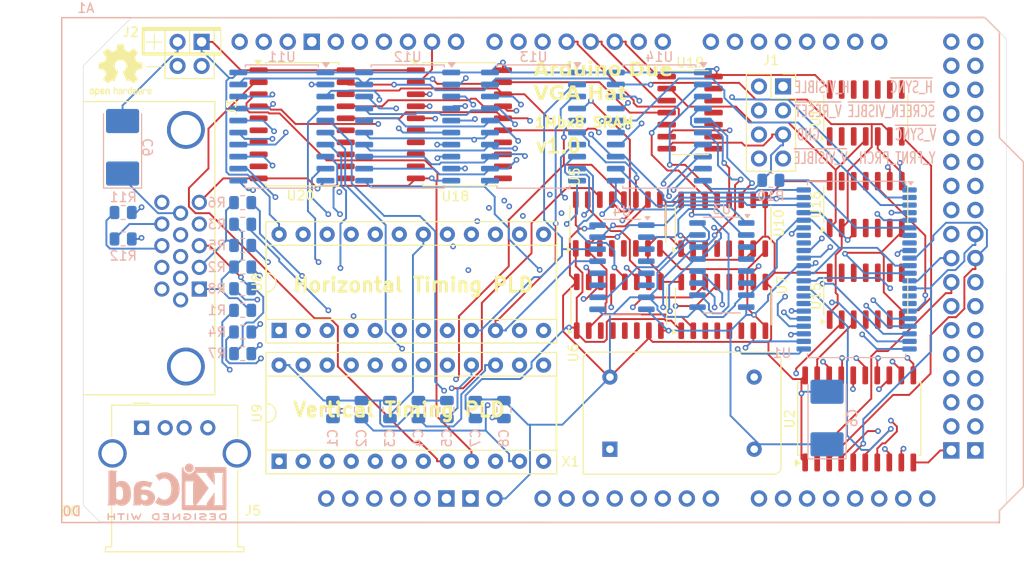
<source format=kicad_pcb>
(kicad_pcb (version 20240108) (generator "pcbnew") (generator_version "8.0")
  (layers (0 "F.Cu" signal) (1 "In1.Cu" signal) (2 "In2.Cu" signal) (31 "B.Cu" signal) (34 "B.Paste" user) (35 "F.Paste" user) (36 "B.SilkS" user "B.Silkscreen") (37 "F.SilkS" user "F.Silkscreen") (38 "B.Mask" user) (39 "F.Mask" user) (44 "Edge.Cuts" user))
  (net 0 "")
  (net 1 "PWR")
  (net 2 "Net-(U3-~{MR})")
  (net 3 "H_VISIBLE")
  (net 4 "~{H_SYNC}")
  (net 5 "V_FRONT_PORCH")
  (net 6 "~{V_SYNC}")
  (net 7 "~{V_RESET}")
  (net 8 "~{SCREEN_VISIBLE}")
  (net 11 "GND")
  (net 12 "~{V_VISIBLE}")
  (net 13 "Net-(A1-D19{slash}RX1)")
  (net 15 "Net-(A1-D18{slash}TX1)")
  (net 18 "Net-(J3-Pad2)")
  (net 21 "Net-(J3-Pad3)")
  (net 22 "Net-(J3-Pad13)")
  (net 23 "Net-(J3-Pad14)")
  (net 24 "Net-(J3-Pad1)")
  (net 27 "Net-(U2-B0)")
  (net 28 "Net-(U2-B1)")
  (net 29 "Net-(U2-B2)")
  (net 30 "Net-(U2-B3)")
  (net 31 "Net-(U2-B4)")
  (net 32 "Net-(U2-B5)")
  (net 33 "Net-(U2-B6)")
  (net 34 "Net-(U2-B7)")
  (net 35 "Net-(U1-~{CS1})")
  (net 36 "MEMADDR0")
  (net 37 "MEMADDR13")
  (net 38 "MEMADDR14")
  (net 40 "MEMADDR2")
  (net 41 "MEMADDR9")
  (net 42 "/MCUMEMADDR4")
  (net 44 "/MCUMEMADDR9")
  (net 45 "MEMADDR10")
  (net 46 "MEMADDR11")
  (net 47 "DATA6")
  (net 48 "MEMADDR15")
  (net 49 "MEMADDR5")
  (net 50 "MEMADDR4")
  (net 52 "/MCU CE")
  (net 54 "MEMADDR12")
  (net 56 "MEMADDR3")
  (net 58 "~{OE}")
  (net 60 "MEMADDR7")
  (net 61 "MEMADDR18")
  (net 63 "/MCUMEMADDR16")
  (net 64 "MEMADDR16")
  (net 65 "/MCUMEMADDR17")
  (net 66 "MEMADDR17")
  (net 67 "MEMADDR19")
  (net 68 "MEMADDR8")
  (net 69 "/MCUMEMADDR7")
  (net 70 "MEMADDR1")
  (net 71 "/MCUMEMADDR2")
  (net 73 "MEMADDR6")
  (net 74 "~{VGA_OUT}")
  (net 75 "A1")
  (net 76 "A2")
  (net 79 "A0")
  (net 80 "A3")
  (net 82 "Net-(U3-TC)")
  (net 83 "H_CLK")
  (net 87 "A6")
  (net 88 "A4")
  (net 89 "A5")
  (net 91 "A7")
  (net 93 "Net-(U4-TC)")
  (net 95 "Net-(U5-TC)")
  (net 97 "A8")
  (net 98 "A9")
  (net 99 "Net-(U5-Q0)")
  (net 103 "A10")
  (net 104 "A11")
  (net 106 "A12")
  (net 108 "Net-(U6-TC)")
  (net 109 "A13")
  (net 112 "A15")
  (net 113 "A14")
  (net 124 "Net-(U10-TC)")
  (net 136 "A16")
  (net 137 "A18")
  (net 138 "A17")
  (net 140 "/MCU WE")
  (net 143 "DATA4")
  (net 144 "DATA7")
  (net 147 "/MCUMEMADDR3")
  (net 148 "/MCUMEMADDR18")
  (net 150 "/MCUMEMADDR19")
  (net 151 "/MCUMEMADDR0")
  (net 152 "/MCUMEMADDR6")
  (net 154 "/MCUMEMADDR11")
  (net 155 "/MCUMEMADDR1")
  (net 156 "~{TIMING ADDR}")
  (net 166 "Net-(U16-Pad8)")
  (net 168 "~{MCU OE}")
  (net 170 "DATA0")
  (net 206 "DATA3")
  (net 210 "/MCUMEMADDR8")
  (net 215 "/MCUMEMADDR10")
  (net 218 "/MCUMEMADDR14")
  (net 221 "/MCUMEMADDR15")
  (net 224 "DATA5")
  (net 226 "DATA1")
  (net 230 "/MCU OE")
  (net 231 "/MCUMEMADDR12")
  (net 232 "DATA2")
  (net 233 "/MCUMEMADDR13")
  (net 234 "/MCUMEMADDR5")
  (net 235 "Net-(U1-~{WE})")
  (net 236 "Net-(U11-CE)")
  (footprint "Connector_PinSocket_2.54mm:PinSocket_2x02_P2.54mm_Vertical" (layer "F.Cu") (at 41.7 133.625)
    (property "Reference" "J2")
    (property "Value" "PWR AUX")
  )
  (footprint "Connector_USB:USB_A_Molex_67643_Horizontal" (layer "F.Cu") (at 35.355 174.39)
    (property "Reference" "J5")
    (property "Value" "USB_A")
  )
  (footprint "Package_SO:SO-16_3.9x9.9mm_P1.27mm" (layer "F.Cu") (at 96.7994 152.8922 90)
    (property "Reference" "U10")
    (property "Value" "74LS161")
  )
  (footprint "Connector_Dsub:DSUB-15-HD_Female_Horizontal_P2.29x1.98mm_EdgePinOffset8.35mm_Housed_MountingHolesOffset10.89mm" (layer "F.Cu") (at 41.46 159.735 -90)
    (property "Reference" "J3")
    (property "Value" "DE15_Receptacle_HighDensity")
  )
  (footprint "Oscillator:Oscillator_DIP-14" (layer "F.Cu") (at 84.836 176.657)
    (property "Reference" "X1")
    (property "Value" "TCXO-14")
  )
  (footprint "Package_DIP:DIP-24_W10.16mm_Socket" (layer "F.Cu") (at 49.8856 164.1094 90)
    (property "Reference" "U8")
    (property "Value" "GAL22V10")
  )
  (footprint "arduino-library:Arduino_Due_Shield" (layer "F.Cu") (at 26.924 184.404)
    (property "Reference" "A1")
    (property "Value" "Arduino_Due_Shield")
  )
  (footprint "Package_SO:SOP-20_7.5x12.8mm_P1.27mm" (layer "F.Cu") (at 111.1758 173.454 90)
    (property "Reference" "U2")
    (property "Value" "74HC245")
  )
  (footprint "Package_SO:SO-14_3.9x8.65mm_P1.27mm" (layer "F.Cu") (at 93.3084 141.097)
    (property "Reference" "U19")
    (property "Value" "74HC14")
  )
  (footprint "Package_SO:SO-16_3.9x9.9mm_P1.27mm" (layer "F.Cu") (at 85.6742 152.8668 90)
    (property "Reference" "U5")
    (property "Value" "74LS161")
  )
  (footprint "Package_SO:SO-14_3.9x8.65mm_P1.27mm" (layer "F.Cu") (at 111.8616 150.814 90)
    (property "Reference" "U16")
    (property "Value" "74LS08")
  )
  (footprint "Package_SO:SO-14_3.9x8.65mm_P1.27mm" (layer "F.Cu") (at 111.8616 160.4914 90)
    (property "Reference" "U15")
    (property "Value" "74LS32")
  )
  (footprint "Connector_PinSocket_2.54mm:PinSocket_2x04_P2.54mm_Vertical" (layer "F.Cu") (at 103.124 138.3284)
    (property "Reference" "J1")
    (property "Value" "DIAG")
  )
  (footprint "Package_SO:SO-16_3.9x9.9mm_P1.27mm" (layer "F.Cu") (at 85.7758 161.5536 90)
    (property "Reference" "U6")
    (property "Value" "74LS161")
  )
  (footprint "Package_DIP:DIP-24_W10.16mm_Socket" (layer "F.Cu") (at 49.8856 177.927 90)
    (property "Reference" "U9")
    (property "Value" "GAL22V10")
  )
  (footprint "Package_SO:SOP-20_7.5x12.8mm_P1.27mm" (layer "F.Cu") (at 68.933 142.3304)
    (property "Reference" "U18")
    (property "Value" "74HC245")
  )
  (footprint "Symbol:OSHW-Logo2_7.3x6mm_SilkScreen" (layer "F.Cu") (at 33.14 136.63)
    (property "Reference" "REF**" (hide yes))
    (property "Value" "OSHW-Logo2_7.3x6mm_SilkScreen" (hide yes))
  )
  (footprint "Package_SO:SO-14_3.9x8.65mm_P1.27mm" (layer "F.Cu") (at 111.8616 141.1366 90)
    (property "Reference" "U17")
    (property "Value" "74HC00")
  )
  (footprint "Package_SO:SOP-20_7.5x12.8mm_P1.27mm" (layer "F.Cu") (at 52.324 142.3304)
    (property "Reference" "U20")
    (property "Value" "74HC245")
  )
  (footprint "Package_SO:SO-16_3.9x9.9mm_P1.27mm" (layer "F.Cu") (at 96.815 161.565 90)
    (property "Reference" "U7")
    (property "Value" "74LS161")
  )
  (footprint "Capacitor_SMD:C_0805_2012Metric" (layer "B.Cu") (at 64.605 172.466 -90)
    (property "Reference" "C4")
    (property "Value" "560pf")
  )
  (footprint "Symbol:KiCad-Logo2_5mm_SilkScreen" (layer "B.Cu") (at 38.05 181.15 180)
    (property "Reference" "REF**" (hide yes))
    (property "Value" "KiCad-Logo2_5mm_SilkScreen" (hide yes))
  )
  (footprint "Package_SO:SOP-20_7.5x12.8mm_P1.27mm" (layer "B.Cu") (at 90.0573 142.5702 180)
    (property "Reference" "U14")
    (property "Value" "74HC245")
  )
  (footprint "Capacitor_SMD:C_0805_2012Metric" (layer "B.Cu") (at 73.635 172.466 -90)
    (property "Reference" "C8")
    (property "Value" "560pf")
  )
  (footprint "Package_SO:SO-16_3.9x9.9mm_P1.27mm" (layer "B.Cu") (at 86.106 157.4292 180)
    (property "Reference" "U4")
    (property "Value" "74LS161")
  )
  (footprint "Resistor_SMD:R_0805_2012Metric" (layer "B.Cu") (at 46.0367 161.986)
    (property "Reference" "R1")
    (property "Value" "R470")
  )
  (footprint "Capacitor_SMD:C_0805_2012Metric" (layer "B.Cu") (at 70.625 172.466 -90)
    (property "Reference" "C7")
    (property "Value" "560pf")
  )
  (footprint "Package_SO:SOP-20_7.5x12.8mm_P1.27mm" (layer "B.Cu") (at 63.472 142.5702 180)
    (property "Reference" "U12")
    (property "Value" "74HC245")
  )
  (footprint "Resistor_SMD:R_0805_2012Metric" (layer "B.Cu") (at 46.0367 159.7)
    (property "Reference" "R8")
    (property "Value" "R900")
  )
  (footprint "Resistor_SMD:R_0805_2012Metric" (layer "B.Cu") (at 46.0367 164.272)
    (property "Reference" "R4")
    (property "Value" "R470")
  )
  (footprint "Resistor_SMD:R_0805_2012Metric" (layer "B.Cu") (at 46.0367 157.414 180)
    (property "Reference" "R2")
    (property "Value" "R900")
  )
  (footprint "Capacitor_Tantalum_SMD:CP_EIA-7132-28_AVX-C" (layer "B.Cu") (at 33.3502 144.761 90)
    (property "Reference" "C9")
    (property "Value" "C_Small")
  )
  (footprint "Capacitor_Tantalum_SMD:CP_EIA-7132-28_AVX-C" (layer "B.Cu") (at 107.7722 173.3614 90)
    (property "Reference" "C6")
    (property "Value" "C_Small")
  )
  (footprint "Package_SO:SO-16_3.9x9.9mm_P1.27mm" (layer "B.Cu") (at 96.6628 157.2006 180)
    (property "Reference" "U3")
    (property "Value" "74LS161")
  )
  (footprint "Capacitor_SMD:C_0805_2012Metric" (layer "B.Cu") (at 67.615 172.466 -90)
    (property "Reference" "C5")
    (property "Value" "560pf")
  )
  (footprint "Capacitor_SMD:C_0805_2012Metric" (layer "B.Cu") (at 55.575 172.466 -90)
    (property "Reference" "C1")
    (property "Value" "560pf")
  )
  (footprint "Package_SO:TSOP-II-44_10.16x18.41mm_P0.8mm" (layer "B.Cu") (at 110.8969 157.6648 180)
    (property "Reference" "U1")
    (property "Value" "K6X8008T2B-TF55")
  )
  (footprint "Resistor_SMD:R_0805_2012Metric" (layer "B.Cu") (at 46.0367 155.128 180)
    (property "Reference" "R5")
    (property "Value" "R900")
  )
  (footprint "Resistor_SMD:R_0805_2012Metric" (layer "B.Cu") (at 46.0367 166.558 180)
    (property "Reference" "R7")
    (property "Value" "R470")
  )
  (footprint "Capacitor_SMD:C_0805_2012Metric" (layer "B.Cu") (at 61.595 172.466 -90)
    (property "Reference" "C3")
    (property "Value" "560pf")
  )
  (footprint "Resistor_SMD:R_0805_2012Metric" (layer "B.Cu") (at 33.4125 151.65)
    (property "Reference" "R11")
    (property "Value" "R100")
  )
  (footprint "Package_SO:SOP-20_7.5x12.8mm_P1.27mm" (layer "B.Cu") (at 76.7647 142.5702 180)
    (property "Reference" "U13")
    (property "Value" "74HC245")
  )
  (footprint "Package_SO:SOP-20_7.5x12.8mm_P1.27mm" (layer "B.Cu") (at 50.1793 142.5702 180)
    (property "Reference" "U11")
    (property "Value" "74HC245")
  )
  (footprint "Capacitor_SMD:C_0805_2012Metric" (layer "B.Cu") (at 58.585 172.466 -90)
    (property "Reference" "C2")
    (property "Value" "560pf")
  )
  (footprint "Resistor_SMD:R_0805_2012Metric" (layer "B.Cu") (at 46.0367 150.6068 180)
    (property "Reference" "R6")
    (property "Value" "R1.5K")
  )
  (footprint "Resistor_SMD:R_0805_2012Metric" (layer "B.Cu") (at 33.4125 154.444)
    (property "Reference" "R12")
    (property "Value" "R100")
  )
  (footprint "Resistor_SMD:R_0805_2012Metric" (layer "B.Cu") (at 101.8375 148.25)
    (property "Reference" "R10")
    (property "Value" "R10K")
  )
  (footprint "Resistor_SMD:R_0805_2012Metric" (layer "B.Cu") (at 46.0367 152.8928 180)
    (property "Reference" "R3")
    (property "Value" "R1.5K")
  )
  (gr_rect (start 35.55 132.475) (end 35.625 134.725) (stroke (width 0.1)) (fill none) (layer "F.SilkS"))
  (gr_rect (start 35.6 132.15) (end 43.65 132.225) (stroke (width 0.1)) (fill none) (layer "F.SilkS"))
  (gr_rect (start 35.425 132.1) (end 35.5 135.025) (stroke (width 0.1)) (fill none) (layer "F.SilkS"))
  (gr_line (start 35.8618 133.65) (end 37.4874 133.65) (stroke (width 0.1)) (layer "F.SilkS"))
  (gr_rect (start 35.5 132.1) (end 43.725 135.025) (stroke (width 0.1)) (fill none) (layer "F.SilkS"))
  (gr_rect (start 35.6 132.225) (end 43.65 132.3) (stroke (width 0.1)) (fill none) (layer "F.SilkS"))
  (gr_rect (start 35.575 134.9) (end 43.675 134.975) (stroke (width 0.1)) (fill none) (layer "F.SilkS"))
  (gr_rect (start 35.55 134.775) (end 43.675 134.825) (stroke (width 0.1)) (fill none) (layer "F.SilkS"))
  (gr_line (start 35.8872 136.25) (end 37.5128 136.25) (stroke (width 0.1)) (layer "F.SilkS"))
  (gr_rect (start 35.55 132.35) (end 43.65 132.425) (stroke (width 0.1)) (fill none) (layer "F.SilkS"))
  (gr_line (start 36.7 134.4374) (end 36.7 132.8118) (stroke (width 0.1)) (layer "F.SilkS"))
  (gr_line (start 30.925 184.3) (end 125.825 184.325) (stroke (width 0.05)) (layer "Edge.Cuts"))
  (gr_line (start 126.0348 184.125) (end 126.0348 183.1975) (stroke (width 0.05)) (layer "Edge.Cuts"))
  (gr_line (start 29.2 182.5812) (end 30.925 184.3) (stroke (width 0.05)) (layer "Edge.Cuts"))
  (gr_line (start 31.3944 133.9596) (end 34.3408 131.0132) (stroke (width 0.05)) (layer "Edge.Cuts"))
  (gr_line (start 29.2 136.15) (end 29.2 182.5812) (stroke (width 0.05)) (layer "Edge.Cuts"))
  (gr_line (start 34.3408 131.0132) (end 124.3838 130.9624) (stroke (width 0.05)) (layer "Edge.Cuts"))
  (gr_line (start 29.2 136.15) (end 31.3944 133.9596) (stroke (width 0.05)) (layer "Edge.Cuts"))
  (gr_line (start 125.825 184.325) (end 126.0348 184.125) (stroke (width 0.05)) (layer "Edge.Cuts"))
  (gr_line (start 126.72 182.499) (end 126.7206 133.3246) (stroke (width 0.05)) (layer "Edge.Cuts"))
  (gr_line (start 124.3838 130.9624) (end 126.7206 133.3246) (stroke (width 0.05)) (layer "Edge.Cuts"))
  (gr_line (start 126.0348 183.1975) (end 126.72 182.499) (stroke (width 0.05)) (layer "Edge.Cuts"))
  (gr_text "~{SCREEN_VISBLE} ~{V_RESET}" (at 119.28 141.66 0) (layer "B.SilkS") (effects (font (size 1.2 0.8)) (justify left bottom mirror)))
  (gr_text "Y_FRNT_PRCH  ~{V_VISIBLE}" (at 119.32 146.6 0) (layer "B.SilkS") (effects (font (size 1.2 0.8)) (justify left bottom mirror)))
  (gr_text "~{V_SYNC}             GND" (at 119.41 144.12 0) (layer "B.SilkS") (effects (font (size 1.2 0.8)) (justify left bottom mirror)))
  (gr_text "~{H_SYNC}       H_VISIBLE" (at 119.05 139.12 0) (layer "B.SilkS") (effects (font (size 1.2 0.8)) (justify left bottom mirror)))
  (gr_text "1Mbx8 SRAM" (at 76.7588 142.7734 0) (layer "F.SilkS") (effects (font (size 1.1 1.1) (thickness 0.25) (bold yes)) (justify left bottom)))
  (gr_text "Horizontal Timing PLD" (at 51.2064 160.1724 0) (layer "F.SilkS") (effects (font (size 1.5 1.5) (thickness 0.32) (bold yes)) (justify left bottom)))
  (gr_text "v1.0" (at 76.835 145.4912 0) (layer "F.SilkS") (effects (font (size 1.5 1.5) (thickness 0.3) (bold yes)) (justify left bottom)))
  (gr_text "Arduino Due\nVGA Hat" (at 76.7588 140.0048 0) (layer "F.SilkS") (effects (font (size 1.5 1.5) (thickness 0.3) (bold yes)) (justify left bottom)))
  (gr_text "Vertical Timing PLD" (at 51.2064 173.355 0) (layer "F.SilkS") (effects (font (size 1.5 1.5) (thickness 0.32) (bold yes)) (justify left bottom)))
  (segment (start 108.0516 138.6616) (end 106.5131 137.1231) (width 0.2) (layer "F.Cu") (net 1))
  (segment (start 91.1191 154.2319) (end 90.7283 154.2319) (width 0.2) (layer "F.Cu") (net 1))
  (segment (start 90.2208 158.9786) (end 92.3586 158.9786) (width 0.2) (layer "F.Cu") (net 1))
  (segment (start 81.3308 158.9786) (end 79.8882 160.4212) (width 0.2) (layer "F.Cu") (net 1))
  (segment (start 101.2444 154.2039) (end 101.2444 150.3172) (width 0.2) (layer "F.Cu") (net 1))
  (segment (start 102.2336 158.0164) (end 101.26 158.99) (width 0.2) (layer "F.Cu") (net 1))
  (segment (start 90.4887 150.2918) (end 90.1192 150.2918) (width 0.2) (layer "F.Cu") (net 1))
  (segment (start 102.2336 158.0164) (end 102.2336 154.9151) (width 0.2) (layer "F.Cu") (net 1))
  (segment (start 89.8129 154.2319) (end 88.8492 155.1956) (width 0.2) (layer "F.Cu") (net 1))
  (segment (start 89.3444 165.3158) (end 88.9508 164.9222) (width 0.2) (layer "F.Cu") (net 1))
  (segment (start 90.7283 150.5314) (end 92.1402 150.5314) (width 0.2) (layer "F.Cu") (net 1))
  (segment (start 105.0687 170.763) (end 105.0687 177.6619) (width 0.2) (layer "F.Cu") (net 1))
  (segment (start 101.5848 165.334) (end 100.0082 165.334) (width 0.2) (layer "F.Cu") (net 1))
  (segment (start 99.0411 156.643) (end 99.9744 155.7097) (width 0.2) (layer "F.Cu") (net 1))
  (segment (start 90.7283 154.2319) (end 90.7283 150.5314) (width 0.2) (layer "F.Cu") (net 1))
  (segment (start 105.0687 169.2461) (end 105.4608 168.854) (width 0.2) (layer "F.Cu") (net 1))
  (segment (start 93.2877 156.643) (end 99.0411 156.643) (width 0.2) (layer "F.Cu") (net 1))
  (segment (start 96.1154 137.1231) (end 96.1154 136.4825) (width 0.2) (layer "F.Cu") (net 1))
  (segment (start 101.2444 150.3172) (end 103.2226 148.339) (width 0.2) (layer "F.Cu") (net 1))
  (segment (start 99.9744 155.2247) (end 99.9744 155.4672) (width 0.2) (layer "F.Cu") (net 1))
  (segment (start 100.0082 165.334) (end 99.99 165.3158) (width 0.2) (layer "F.Cu") (net 1))
  (segment (start 47.724 136.6154) (end 45.8405 136.6154) (width 0.2) (layer "F.Cu") (net 1))
  (segment (start 103.2226 148.339) (end 108.0516 148.339) (width 0.2) (layer "F.Cu") (net 1))
  (segment (start 92.3544 155.4672) (end 92.3544 155.7097) (width 0.2) (layer "F.Cu") (net 1))
  (segment (start 80.6093 154.3564) (end 81.6098 153.3559) (width 0.2) (layer "F.Cu") (net 1))
  (segment (start 90.7283 150.5314) (end 90.4887 150.2918) (width 0.2) (layer "F.Cu") (net 1))
  (segment (start 88.9508 164.9222) (end 88.9508 164.1286) (width 0.2) (layer "F.Cu") (net 1))
  (segment (start 92.1402 150.5314) (end 92.3544 150.3172) (width 0.2) (layer "F.Cu") (net 1))
  (segment (start 101.5848 166.6621) (end 104.1688 169.2461) (width 0.2) (layer "F.Cu") (net 1))
  (segment (start 101.26 158.99) (end 101.868 159.598) (width 0.2) (layer "F.Cu") (net 1))
  (segment (start 41.7 133.625) (end 42.8501 133.625) (width 0.2) (layer "F.Cu") (net 1))
  (segment (start 88.8492 155.4418) (end 88.8492 156.741) (width 0.2) (layer "F.Cu") (net 1))
  (segment (start 79.8882 160.4212) (end 79.8882 164.209) (width 0.2) (layer "F.Cu") (net 1))
  (segment (start 101.868 165.0508) (end 101.5848 165.334) (width 0.2) (layer "F.Cu") (net 1))
  (segment (start 73.533 136.6154) (end 73.533 135.8032) (width 0.2) (layer "F.Cu") (net 1))
  (segment (start 84.7162 169.037) (end 84.836 169.037) (width 0.2) (layer "F.Cu") (net 1))
  (segment (start 92.3544 155.7097) (end 93.2877 156.643) (width 0.2) (layer "F.Cu") (net 1))
  (segment (start 80.6093 158.2571) (end 80.6093 154.3564) (width 0.2) (layer "F.Cu") (net 1))
  (segment (start 81.3308 158.9786) (end 80.6093 158.2571) (width 0.2) (layer "F.Cu") (net 1))
  (segment (start 99.9744 150.3172) (end 101.2444 150.3172) (width 0.2) (layer "F.Cu") (net 1))
  (segment (start 84.836 169.037) (end 88.9508 164.9222) (width 0.2) (layer "F.Cu") (net 1))
  (segment (start 47.724 136.6154) (end 56.924 136.6154) (width 0.2) (layer "F.Cu") (net 1))
  (segment (start 102.2336 154.9151) (end 101.5224 154.2039) (width 0.2) (layer "F.Cu") (net 1))
  (segment (start 99.99 165.3158) (end 89.3444 165.3158) (width 0.2) (layer "F.Cu") (net 1))
  (segment (start 81.6098 153.3559) (end 82.1489 153.3559) (width 0.2) (layer "F.Cu") (net 1))
  (segment (start 95.9473 137.1231) (end 95.7834 137.287) (width 0.2) (layer "F.Cu") (net 1))
  (segment (start 99.99 165.3158) (end 99.99 164.14) (width 0.2) (layer "F.Cu") (net 1))
  (segment (start 88.8492 155.1956) (end 88.8492 155.4418) (width 0.2) (layer "F.Cu") (net 1))
  (segment (start 105.0687 169.2461) (end 105.0687 170.763) (width 0.2) (layer "F.Cu") (net 1))
  (segment (start 81.2292 150.2918) (end 81.2292 152.9753) (width 0.2) (layer "F.Cu") (net 1))
  (segment (start 90.7283 154.2319) (end 89.8129 154.2319) (width 0.2) (layer "F.Cu") (net 1))
  (segment (start 92.3586 158.9786) (end 92.37 158.99) (width 0.2) (layer "F.Cu") (net 1))
  (segment (start 81.2292 152.9753) (end 81.6098 153.3559) (width 0.2) (layer "F.Cu") (net 1))
  (segment (start 45.8405 136.6154) (end 42.8501 133.625) (width 0.2) (layer "F.Cu") (net 1))
  (segment (start 105.0687 170.763) (end 105.0677 170.763) (width 0.2) (layer "F.Cu") (net 1))
  (segment (start 101.5848 165.334) (end 101.5848 166.6621) (width 0.2) (layer "F.Cu") (net 1))
  (segment (start 101.2444 154.2039) (end 100.9952 154.2039) (width 0.2) (layer "F.Cu") (net 1))
  (segment (start 100.9952 154.2039) (end 99.9744 155.2247) (width 0.2) (layer "F.Cu") (net 1))
  (segment (start 92.3544 155.4672) (end 91.1191 154.2319) (width 0.2) (layer "F.Cu") (net 1))
  (segment (start 56.924 136.6154) (end 64.333 136.6154) (width 0.2) (layer "F.Cu") (net 1))
  (segment (start 88.8492 156.741) (end 90.2208 158.1126) (width 0.2) (layer "F.Cu") (net 1))
  (segment (start 101.5224 154.2039) (end 101.2444 154.2039) (width 0.2) (layer "F.Cu") (net 1))
  (segment (start 90.2208 158.1126) (end 90.2208 158.9786) (width 0.2) (layer "F.Cu") (net 1))
  (segment (start 96.1154 137.1231) (end 95.9473 137.1231) (width 0.2) (layer "F.Cu") (net 1))
  (segment (start 102.2336 158.0164) (end 108.0516 158.0164) (width 0.2) (layer "F.Cu") (net 1))
  (segment (start 106.5131 137.1231) (end 96.1154 137.1231) (width 0.2) (layer "F.Cu") (net 1))
  (segment (start 105.0687 177.6619) (end 105.4608 178.054) (width 0.2) (layer "F.Cu") (net 1))
  (segment (start 79.8882 164.209) (end 84.7162 169.037) (width 0.2) (layer "F.Cu") (net 1))
  (segment (start 104.1688 169.2461) (end 105.0687 169.2461) (width 0.2) (layer "F.Cu") (net 1))
  (segment (start 99.9744 155.7097) (end 99.9744 155.4672) (width 0.2) (layer "F.Cu") (net 1))
  (segment (start 101.868 159.598) (end 101.868 165.0508) (width 0.2) (layer "F.Cu") (net 1))
  (via (at 105.0677 170.763) (size 0.6) (drill 0.3) (layers "F.Cu" "B.Cu") (net 1))
  (via (at 82.1489 153.3559) (size 0.6) (drill 0.3) (layers "F.Cu" "B.Cu") (net 1))
  (via (at 96.1154 136.4825) (size 0.6) (drill 0.3) (layers "F.Cu" "B.Cu") (net 1))
  (via (at 73.533 135.8032) (size 0.6) (drill 0.3) (layers "F.Cu" "B.Cu") (net 1))
  (segment (start 83.1593 153.3559) (end 82.1489 153.3559) (width 0.2) (layer "B.Cu") (net 1))
  (segment (start 113.0692 155.3819) (end 108.9979 155.3819) (width 0.2) (layer "B.Cu") (net 1))
  (segment (start 62.2656 174.2511) (end 64.605 171.9117) (width 0.2) (layer "B.Cu") (net 1))
  (segment (start 67.615 171.516) (end 64.605 171.516) (width 0.2) (layer "B.Cu") (net 1))
  (segment (start 84.836 169.037) (end 79.8064 174.0666) (width 0.2) (layer "B.Cu") (net 1))
  (segment (start 88.9261 160.6042) (end 89.8574 161.5355) (width 0.2) (layer "B.Cu") (net 1))
  (segment (start 58.585 171.516) (end 60.5648 171.516) (width 0.2) (layer "B.Cu") (net 1))
  (segment (start 44.6071 147.6502) (end 44.3108 147.3539) (width 0.2) (layer "B.Cu") (net 1))
  (segment (start 41.9584 134.7751) (end 44.6199 137.4366) (width 0.2) (layer "B.Cu") (net 1))
  (segment (start 108.9979 155.3819) (end 108.9979 155.3031) (width 0.2) (layer "B.Cu") (net 1))
  (segment (start 84.836 162.3815) (end 85.1949 162.3815) (width 0.2) (layer "B.Cu") (net 1))
  (segment (start 107.7722 170.5864) (end 105.2443 170.5864) (width 0.2) (layer "B.Cu") (net 1))
  (segment (start 99.2378 160.3756) (end 98.9695 160.3756) (width 0.2) (layer "B.Cu") (net 1))
  (segment (start 50.9857 167.9045) (end 54.5972 171.516) (width 0.2) (layer "B.Cu") (net 1))
  (segment (start 64.605 171.9117) (end 64.605 171.516) (width 0.2) (layer "B.Cu") (net 1))
  (segment (start 94.3627 152.7556) (end 95.2965 153.6894) (width 0.2) (layer "B.Cu") (net 1))
  (segment (start 108.9979 155.3031) (end 106.1596 152.4648) (width 0.2) (layer "B.Cu") (net 1))
  (segment (start 95.2965 154.4131) (end 95.0147 154.6949) (width 0.2) (layer "B.Cu") (net 1))
  (segment (start 73.635 171.516) (end 73.5183 171.3993) (width 0.2) (layer "B.Cu") (net 1))
  (segment (start 58.872 136.8552) (end 54.7793 136.8552) (width 0.2) (layer "B.Cu") (net 1))
  (segment (start 81.3647 136.8552) (end 74.4173 136.8552) (width 0.2) (layer "B.Cu") (net 1))
  (segment (start 95.2965 153.6894) (end 95.2965 154.4131) (width 0.2) (layer "B.Cu") (net 1))
  (segment (start 76.3937 179.278) (end 73.8077 181.864) (width 0.2) (layer "B.Cu") (net 1))
  (segment (start 85.4573 136.8552) (end 94.6573 136.8552) (width 0.2) (layer "B.Cu") (net 1))
  (segment (start 73.533 135.9709) (end 73.049 135.9709) (width 0.2) (layer "B.Cu") (net 1))
  (segment (start 95.1351 162.6929) (end 94.0878 161.6456) (width 0.2) (layer "B.Cu") (net 1))
  (segment (start 86.9722 160.6042) (end 88.681 160.6042) (width 0.2) (layer "B.Cu") (net 1))
  (segment (start 45.5793 136.8552) (end 54.7793 136.8552) (width 0.2) (layer "B.Cu") (net 1))
  (segment (start 83.531 161.8742) (end 84.0383 162.3815) (width 0.2) (layer "B.Cu") (net 1))
  (segment (start 68.072 136.8552) (end 72.1647 136.8552) (width 0.2) (layer "B.Cu") (net 1))
  (segment (start 105.3094 158.0648) (end 106.4038 158.0648) (width 0.2) (layer "B.Cu") (net 1))
  (segment (start 102.4715 154.6029) (end 102.4715 157.447) (width 0.2) (layer "B.Cu") (net 1))
  (segment (start 44.6199 137.4366) (end 44.9979 137.4366) (width 0.2) (layer "B.Cu") (net 1))
  (segment (start 89.8573 159.673) (end 88.9261 160.6042) (width 0.2) (layer "B.Cu") (net 1))
  (segment (start 76.3937 174.0666) (end 76.1856 174.0666) (width 0.2) (layer "B.Cu") (net 1))
  (segment (start 74.4173 136.8552) (end 73.533 135.9709) (width 0.2) (layer "B.Cu") (net 1))
  (segment (start 49.8856 167.767) (end 50.9857 167.767) (width 0.2) (layer "B.Cu") (net 1))
  (segment (start 33.3502 140.3466) (end 38.9217 134.7751) (width 0.2) (layer "B.Cu") (net 1))
  (segment (start 93.1576 154.6949) (end 89.8573 157.9952) (width 0.2) (layer "B.Cu") (net 1))
  (segment (start 76.3937 174.0666) (end 76.3937 179.278) (width 0.2) (layer "B.Cu") (net 1))
  (segment (start 50.9857 167.767) (end 50.9857 167.9045) (width 0.2) (layer "B.Cu") (net 1))
  (segment (start 90.6224 162.6746) (end 93.0588 162.6746) (width 0.2) (layer "B.Cu") (net 1))
  (segment (start 89.8574 161.5355) (end 89.8574 161.9096) (width 0.2) (layer "B.Cu") (net 1))
  (segment (start 116.4844 157.2648) (end 114.9521 157.2648) (width 0.2) (layer "B.Cu") (net 1))
  (segment (start 106.1596 152.4648) (end 105.3094 152.4648) (width 0.2) (layer "B.Cu") (net 1))
  (segment (start 106.4038 158.0648) (end 108.9979 155.4707) (width 0.2) (layer "B.Cu") (net 1))
  (segment (start 104.6096 152.4648) (end 102.4715 154.6029) (width 0.2) (layer "B.Cu") (net 1))
  (segment (start 49.8856 153.9494) (end 49.8856 152.8493) (width 0.2) (layer "B.Cu") (net 1))
  (segment (start 76.1856 174.0666) (end 73.635 171.516) (width 0.2) (layer "B.Cu") (net 1))
  (segment (start 85.1949 162.3815) (end 86.9722 160.6042) (width 0.2) (layer "B.Cu") (net 1))
  (segment (start 44.3108 137.7457) (end 44.6199 137.4366) (width 0.2) (layer "B.Cu") (net 1))
  (segment (start 60.5648 173.9267) (end 60.8892 174.2511) (width 0.2) (layer "B.Cu") (net 1))
  (segment (start 98.0559 161.2892) (end 98.0559 161.4503) (width 0.2) (layer "B.Cu") (net 1))
  (segment (start 72.644 181.864) (end 73.8077 181.864) (width 0.2) (layer "B.Cu") (net 1))
  (segment (start 98.9695 160.3756) (end 98.0559 161.2892) (width 0.2) (layer "B.Cu") (net 1))
  (segment (start 95.03 136.4825) (end 96.1154 136.4825) (width 0.2) (layer "B.Cu") (net 1))
  (segment (start 98.0559 161.4503) (end 96.8133 162.6929) (width 0.2) (layer "B.Cu") (net 1))
  (segment (start 38.9217 134.7751) (end 39.16 134.7751) (width 0.2) (layer "B.Cu") (net 1))
  (segment (start 73.049 135.9709) (end 72.1647 136.8552) (width 0.2) (layer "B.Cu") (net 1))
  (segment (start 114.9521 157.2648) (end 113.0692 155.3819) (width 0.2) (layer "B.Cu") (net 1))
  (segment (start 96.8133 162.6929) (end 95.1351 162.6929) (width 0.2) (layer "B.Cu") (net 1))
  (segment (start 84.0383 162.3815) (end 84.836 162.3815) (width 0.2) (layer "B.Cu") (net 1))
  (segment (start 99.5429 160.3756) (end 99.2378 160.3756) (width 0.2) (layer "B.Cu") (net 1))
  (segment (start 94.0878 152.7556) (end 94.3627 152.7556) (width 0.2) (layer "B.Cu") (net 1))
  (segment (start 85.4573 136.8552) (end 81.3647 136.8552) (width 0.2) (layer "B.Cu") (net 1))
  (segment (start 102.4715 157.447) (end 99.5429 160.3756) (width 0.2) (layer "B.Cu") (net 1))
  (segment (start 48.8898 151.8535) (end 48.8898 149.9827) (width 0.2) (layer "B.Cu") (net 1))
  (segment (start 84.836 162.3815) (end 84.836 169.037) (width 0.2) (layer "B.Cu") (net 1))
  (segment (start 105.2443 170.5864) (end 105.0677 170.763) (width 0.2) (layer "B.Cu") (net 1))
  (segment (start 88.9261 160.6042) (end 88.681 160.6042) (width 0.2) (layer "B.Cu") (net 1))
  (segment (start 60.5648 171.516) (end 60.5648 173.9267) (width 0.2) (layer "B.Cu") (net 1))
  (segment (start 60.5648 171.516) (end 61.595 171.516) (width 0.2) (layer "B.Cu") (net 1))
  (segment (start 94.6573 136.8552) (end 95.03 136.4825) (width 0.2) (layer "B.Cu") (net 1))
  (segment (start 108.9979 155.4707) (end 108.9979 155.3819) (width 0.2) (layer "B.Cu") (net 1))
  (segment (start 95.0147 154.6949) (end 93.1576 154.6949) (width 0.2) (layer "B.Cu") (net 1))
  (segment (start 93.0588 162.6746) (end 94.0878 161.6456) (width 0.2) (layer "B.Cu") (net 1))
  (segment (start 73.5183 171.3993) (end 70.7417 171.3993) (width 0.2) (layer "B.Cu") (net 1))
  (segment (start 105.3094 152.4648) (end 104.6096 152.4648) (width 0.2) (layer "B.Cu") (net 1))
  (segment (start 58.585 171.516) (end 55.575 171.516) (width 0.2) (layer "B.Cu") (net 1))
  (segment (start 48.8898 149.9827) (end 46.5573 147.6502) (width 0.2) (layer "B.Cu") (net 1))
  (segment (start 33.3502 141.986) (end 33.3502 140.3466) (width 0.2) (layer "B.Cu") (net 1))
  (segment (start 46.5573 147.6502) (end 44.6071 147.6502) (width 0.2) (layer "B.Cu") (net 1))
  (segment (start 79.8064 174.0666) (end 76.3937 174.0666) (width 0.2) (layer "B.Cu") (net 1))
  (segment (start 83.531 152.9842) (end 83.1593 153.3559) (width 0.2) (layer "B.Cu") (net 1))
  (segment (start 70.7417 171.3993) (end 70.625 171.516) (width 0.2) (layer "B.Cu") (net 1))
  (segment (start 44.9979 137.4366) (end 45.5793 136.8552) (width 0.2) (layer "B.Cu") (net 1))
  (segment (start 41.7 133.625) (end 41.7 134.7751) (width 0.2) (layer "B.Cu") (net 1))
  (segment (start 54.5972 171.516) (end 55.575 171.516) (width 0.2) (layer "B.Cu") (net 1))
  (segment (start 39.16 133.625) (end 39.16 134.7751) (width 0.2) (layer "B.Cu") (net 1))
  (segment (start 60.8892 174.2511) (end 62.2656 174.2511) (width 0.2) (layer "B.Cu") (net 1))
  (segment (start 41.7 134.7751) (end 41.9584 134.7751) (width 0.2) (layer "B.Cu") (net 1))
  (segment (start 44.3108 147.3539) (end 44.3108 137.7457) (width 0.2) (layer "B.Cu") (net 1))
  (segment (start 49.8856 152.8493) (end 48.8898 151.8535) (width 0.2) (layer "B.Cu") (net 1))
  (segment (start 89.8574 161.9096) (end 90.6224 162.6746) (width 0.2) (layer "B.Cu") (net 1))
  (segment (start 89.8573 157.9952) (end 89.8573 159.673) (width 0.2) (layer "B.Cu") (net 1))
  (segment (start 73.533 135.9709) (end 73.533 135.8032) (width 0.2) (layer "B.Cu") (net 1))
  (segment (start 58.872 136.8552) (end 68.072 136.8552) (width 0.2) (layer "B.Cu") (net 1))
  (segment (start 82.4992 155.4418) (end 82.4992 155.1677) (width 0.2) (layer "F.Cu") (net 2))
  (segment (start 83.4398 154.2271) (end 85.6243 154.2271) (width 0.2) (layer "F.Cu") (net 2))
  (segment (start 90.6743 162.4187) (end 90.9302 162.6746) (width 0.2) (layer "F.Cu") (net 2))
  (segment (start 84.0336 162.4187) (end 84.372 162.4187) (width 0.2) (layer "F.Cu") (net 2))
  (segment (start 82.6008 163.8515) (end 84.0336 162.4187) (width 0.2) (layer "F.Cu") (net 2))
  (segment (start 82.4992 155.7093) (end 84.4794 157.6895) (width 0.2) (layer "F.Cu") (net 2))
  (segment (start 84.372 161.2457) (end 84.372 162.4187) (width 0.2) (layer "F.Cu") (net 2))
  (segment (start 82.6008 164.1286) (end 82.6008 163.8515) (width 0.2) (layer "F.Cu") (net 2))
  (segment (start 92.4384 162.6746) (end 93.64 163.8762) (width 0.2) (layer "F.Cu") (net 2))
  (segment (start 84.372 162.4187) (end 90.6743 162.4187) (width 0.2) (layer "F.Cu") (net 2))
  (segment (start 84.4794 157.6895) (end 84.4794 161.1383) (width 0.2) (layer "F.Cu") (net 2))
  (segment (start 82.4992 155.4418) (end 82.4992 155.7093) (width 0.2) (layer "F.Cu") (net 2))
  (segment (start 90.9302 162.6746) (end 92.4384 162.6746) (width 0.2) (layer "F.Cu") (net 2))
  (segment (start 82.4992 155.1677) (end 83.4398 154.2271) (width 0.2) (layer "F.Cu") (net 2))
  (segment (start 84.4794 161.1383) (end 84.372 161.2457) (width 0.2) (layer "F.Cu") (net 2))
  (segment (start 93.64 163.8762) (end 93.64 164.14) (width 0.2) (layer "F.Cu") (net 2))
  (via (at 56.5485 172.6004) (size 0.6) (drill 0.3) (layers "F.Cu" "B.Cu") (net 2))
  (via (at 85.6243 154.2271) (size 0.6) (drill 0.3) (layers "F.Cu" "B.Cu") (net 2))
  (segment (start 86.8672 152.9842) (end 85.6243 154.2271) (width 0.2) (layer "B.Cu") (net 2))
  (segment (start 99.2378 152.7556) (end 97.3628 150.8806) (width 0.2) (layer "B.Cu") (net 2))
  (segment (start 88.681 152.9842) (end 86.8672 152.9842) (width 0.2) (layer "B.Cu") (net 2))
  (segment (start 55.7329 173.416) (end 55.575 173.416) (width 0.2) (layer "B.Cu") (net 2))
  (segment (start 56.5485 172.6004) (end 55.7329 173.416) (width 0.2) (layer "B.Cu") (net 2))
  (segment (start 97.3628 150.8806) (end 92.6763 150.8806) (width 0.2) (layer "B.Cu") (net 2))
  (segment (start 90.5727 152.9842) (end 88.681 152.9842) (width 0.2) (layer "B.Cu") (net 2))
  (segment (start 92.6763 150.8806) (end 90.5727 152.9842) (width 0.2) (layer "B.Cu") (net 2))
  (via (at 71.9197 172.0021) (size 0.6) (drill 0.3) (layers "F.Cu" "B.Cu") (net 3))
  (segment (start 74.1855 177.1532) (end 71.7207 174.6884) (width 0.2) (layer "B.Cu") (net 3))
  (segment (start 58.585 173.416) (end 59.8574 174.6884) (width 0.2) (layer "B.Cu") (net 3))
  (segment (start 75.2856 177.927) (end 74.1855 177.927) (width 0.2) (layer "B.Cu") (net 3))
  (segment (start 59.8574 174.6884) (end 71.7207 174.6884) (width 0.2) (layer "B.Cu") (net 3))
  (segment (start 71.7207 172.2011) (end 71.9197 172.0021) (width 0.2) (layer "B.Cu") (net 3))
  (segment (start 74.1855 177.927) (end 74.1855 177.1532) (width 0.2) (layer "B.Cu") (net 3))
  (segment (start 71.7207 174.6884) (end 71.7207 172.2011) (width 0.2) (layer "B.Cu") (net 3))
  (via (at 72.056 151.164) (size 0.6) (drill 0.3) (layers "F.Cu" "B.Cu") (net 4))
  (via (at 35.3614 151.0904) (size 0.6) (drill 0.3) (layers "F.Cu" "B.Cu") (net 4))
  (segment (start 34.325 151.65) (end 34.8018 151.65) (width 0.2) (layer "B.Cu") (net 4))
  (segment (start 65.1256 153.9494) (end 65.1256 155.0495) (width 0.2) (layer "B.Cu") (net 4))
  (segment (start 61.595 173.0203) (end 61.595 173.416) (width 0.2) (layer "B.Cu") (net 4))
  (segment (start 64.0255 156.1496) (end 64.0255 170.5898) (width 0.2) (layer "B.Cu") (net 4))
  (segment (start 64.0255 170.5898) (end 61.595 173.0203) (width 0.2) (layer "B.Cu") (net 4))
  (segment (start 65.1256 155.0495) (end 64.0255 156.1496) (width 0.2) (layer "B.Cu") (net 4))
  (segment (start 34.8018 151.65) (end 35.3614 151.0904) (width 0.2) (layer "B.Cu") (net 4))
  (via (at 75.6367 152.0099) (size 0.6) (drill 0.3) (layers "F.Cu" "B.Cu") (net 5))
  (segment (start 64.605 173.416) (end 65.4417 174.2527) (width 0.2) (layer "B.Cu") (net 5))
  (segment (start 65.4417 174.2527) (end 68.3147 174.2527) (width 0.2) (layer "B.Cu") (net 5))
  (segment (start 72.7456 167.767) (end 71.6455 167.767) (width 0.2) (layer "B.Cu") (net 5))
  (segment (start 69.1324 170.8548) (end 71.6455 168.3417) (width 0.2) (layer "B.Cu") (net 5))
  (segment (start 68.3147 174.2527) (end 69.1324 173.435) (width 0.2) (layer "B.Cu") (net 5))
  (segment (start 69.1324 173.435) (end 69.1324 170.8548) (width 0.2) (layer "B.Cu") (net 5))
  (segment (start 71.6455 168.3417) (end 71.6455 167.767) (width 0.2) (layer "B.Cu") (net 5))
  (via (at 69.8763 157.7401) (size 0.6) (drill 0.3) (layers "F.Cu" "B.Cu") (net 6))
  (via (at 74.1989 151.0039) (size 0.6) (drill 0.3) (layers "F.Cu" "B.Cu") (net 6))
  (via (at 35.3511 154.3262) (size 0.6) (drill 0.3) (layers "F.Cu" "B.Cu") (net 6))
  (segment (start 70.2056 168.8671) (end 68.7322 170.3405) (width 0.2) (layer "B.Cu") (net 6))
  (segment (start 70.2056 167.767) (end 70.2056 168.8671) (width 0.2) (layer "B.Cu") (net 6))
  (segment (start 35.2333 154.444) (end 35.3511 154.3262) (width 0.2) (layer "B.Cu") (net 6))
  (segment (start 68.7322 172.2988) (end 67.615 173.416) (width 0.2) (layer "B.Cu") (net 6))
  (segment (start 34.325 154.444) (end 35.2333 154.444) (width 0.2) (layer "B.Cu") (net 6))
  (segment (start 68.7322 170.3405) (end 68.7322 172.2988) (width 0.2) (layer "B.Cu") (net 6))
  (segment (start 81.3308 164.1286) (end 81.3308 164.388) (width 0.2) (layer "F.Cu") (net 7))
  (segment (start 81.3308 160.6519) (end 81.3308 164.1286) (width 0.2) (layer "F.Cu") (net 7))
  (segment (start 81.0041 163.8019) (end 81.3308 164.1286) (width 0.2) (layer "F.Cu") (net 7))
  (segment (start 84.2316 165.3129) (end 84.5058 165.0387) (width 0.2) (layer "F.Cu") (net 7))
  (segment (start 84.5058 165.0387) (end 84.5058 163.2135) (width 0.2) (layer "F.Cu") (net 7))
  (segment (start 82.2557 165.3129) (end 84.2316 165.3129) (width 0.2) (layer "F.Cu") (net 7))
  (segment (start 84.8119 162.9074) (end 90.5972 162.9074) (width 0.2) (layer "F.Cu") (net 7))
  (segment (start 81.9373 160.0454) (end 81.3308 160.6519) (width 0.2) (layer "F.Cu") (net 7))
  (segment (start 81.2292 157.3219) (end 81.9373 158.03) (width 0.2) (layer "F.Cu") (net 7))
  (segment (start 90.5972 162.9074) (end 90.7645 163.0747) (width 0.2) (layer "F.Cu") (net 7))
  (segment (start 80.5116 163.8019) (end 81.0041 163.8019) (width 0.2) (layer "F.Cu") (net 7))
  (segment (start 81.9373 158.03) (end 81.9373 160.0454) (width 0.2) (layer "F.Cu") (net 7))
  (segment (start 81.2292 155.4418) (end 81.2292 157.3219) (width 0.2) (layer "F.Cu") (net 7))
  (segment (start 91.3047 163.0747) (end 92.37 164.14) (width 0.2) (layer "F.Cu") (net 7))
  (segment (start 84.5058 163.2135) (end 84.8119 162.9074) (width 0.2) (layer "F.Cu") (net 7))
  (segment (start 90.7645 163.0747) (end 91.3047 163.0747) (width 0.2) (layer "F.Cu") (net 7))
  (segment (start 81.3308 164.388) (end 82.2557 165.3129) (width 0.2) (layer "F.Cu") (net 7))
  (via (at 78.4848 149.7537) (size 0.6) (drill 0.3) (layers "F.Cu" "B.Cu") (net 7))
  (via (at 80.5116 163.8019) (size 0.6) (drill 0.3) (layers "F.Cu" "B.Cu") (net 7))
  (segment (start 76.5556 168.0621) (end 76.5556 167.4458) (width 0.2) (layer "B.Cu") (net 7))
  (segment (start 69.5824 172.3734) (end 69.5824 170.9766) (width 0.2) (layer "B.Cu") (net 7))
  (segment (start 80.1995 163.8019) (end 80.5116 163.8019) (width 0.2) (layer "B.Cu") (net 7))
  (segment (start 76.5556 167.4458) (end 80.1995 163.8019) (width 0.2) (layer "B.Cu") (net 7))
  (segment (start 75.3777 169.24) (end 76.5556 168.0621) (width 0.2) (layer "B.Cu") (net 7))
  (segment (start 71.319 169.24) (end 75.3777 169.24) (width 0.2) (layer "B.Cu") (net 7))
  (segment (start 70.625 173.416) (end 69.5824 172.3734) (width 0.2) (layer "B.Cu") (net 7))
  (segment (start 69.5824 170.9766) (end 71.319 169.24) (width 0.2) (layer "B.Cu") (net 7))
  (segment (start 109.3216 162.9664) (end 109.3216 163.3209) (width 0.2) (layer "F.Cu") (net 8))
  (segment (start 104.5118 168.1307) (end 104.5118 168.646) (width 0.2) (layer "F.Cu") (net 8))
  (segment (start 109.3216 163.3209) (end 104.5118 168.1307) (width 0.2) (layer "F.Cu") (net 8))
  (via (at 72.4021 173.3044) (size 0.6) (drill 0.3) (layers "F.Cu" "B.Cu") (net 8))
  (via (at 104.5118 168.646) (size 0.6) (drill 0.3) (layers "F.Cu" "B.Cu") (net 8))
  (segment (start 73.635 173.416) (end 72.5137 173.416) (width 0.2) (layer "B.Cu") (net 8))
  (segment (start 72.5137 173.416) (end 72.4021 173.3044) (width 0.2) (layer "B.Cu") (net 8))
  (segment (start 43.9896 148.0454) (end 47.724 148.0454) (width 0.2) (layer "F.Cu") (net 11))
  (segment (start 100.0517 162.4642) (end 101.26 163.6725) (width 0.2) (layer "F.Cu") (net 11))
  (segment (start 91.4683 144.2721) (end 98.7639 144.2721) (width 0.2) (layer "F.Cu") (net 11))
  (segment (start 115.6716 153.6954) (end 115.6716 153.289) (width 0.2) (layer "F.Cu") (net 11))
  (segment (start 98.7639 144.2721) (end 99.0686 144.5768) (width 0.2) (layer "F.Cu") (net 11))
  (segment (start 113.7666 156.206) (end 113.4638 155.9032) (width 0.2) (layer "F.Cu") (net 11))
  (segment (start 65.9955 148.0454) (end 66.0114 148.0295) (width 0.2) (layer "F.Cu") (net 11))
  (segment (start 90.1192 155.4418) (end 92.3107 157.6333) (width 0.2) (layer "F.Cu") (net 11))
  (segment (start 118.4703 178.054) (end 116.8908 178.054) (width 0.2) (layer "F.Cu") (net 11))
  (segment (start 63.55 148.8284) (end 64.333 148.0454) (width 0.2) (layer "F.Cu") (net 11))
  (segment (start 109.671 156.0017) (end 109.7695 155.9032) (width 0.2) (layer "F.Cu") (net 11))
  (segment (start 99.3517 157.6333) (end 101.2444 155.7406) (width 0.2) (layer "F.Cu") (net 11))
  (segment (start 120.904 176.784) (end 119.7403 176.784) (width 0.2) (layer "F.Cu") (net 11))
  (segment (start 118.7682 160.6411) (end 117.4296 161.9797) (width 0.2) (layer "F.Cu") (net 11))
  (segment (start 54.253 148.8284) (end 63.55 148.8284) (width 0.2) (layer "F.Cu") (net 11))
  (segment (start 47.724 148.0454) (end 52.87 148.0454) (width 0.2) (layer "F.Cu") (net 11))
  (segment (start 52.87 148.0454) (end 53.953 149.1284) (width 0.2) (layer "F.Cu") (net 11))
  (segment (start 101.26 163.6725) (end 101.26 164.14) (width 0.2) (layer "F.Cu") (net 11))
  (segment (start 103.124 143.4084) (end 101.9739 143.4084) (width 0.2) (layer "F.Cu") (net 11))
  (segment (start 90.8334 144.907) (end 91.4683 144.2721) (width 0.2) (layer "F.Cu") (net 11))
  (segment (start 99.0686 144.5768) (end 101.0438 144.5768) (width 0.2) (layer "F.Cu") (net 11))
  (segment (start 64.333 148.0454) (end 65.9955 148.0454) (width 0.2) (layer "F.Cu") (net 11))
  (segment (start 113.7666 160.0747) (end 113.7666 156.206) (width 0.2) (layer "F.Cu") (net 11))
  (segment (start 117.4296 161.9797) (end 115.6716 161.9797) (width 0.2) (layer "F.Cu") (net 11))
  (segment (start 119.7403 176.784) (end 118.4703 178.054) (width 0.2) (layer "F.Cu") (net 11))
  (segment (start 115.6716 161.9797) (end 113.7666 160.0747) (width 0.2) (layer "F.Cu") (net 11))
  (segment (start 109.7695 155.9032) (end 113.4638 155.9032) (width 0.2) (layer "F.Cu") (net 11))
  (segment (start 101.2444 155.7406) (end 101.2444 155.4672) (width 0.2) (layer "F.Cu") (net 11))
  (segment (start 99.3517 157.6333) (end 99.3517 161.7642) (width 0.2) (layer "F.Cu") (net 11))
  (segment (start 41.46 150.575) (end 43.9896 148.0454) (width 0.2) (layer "F.Cu") (net 11))
  (segment (start 115.6716 162.9664) (end 115.6716 161.9797) (width 0.2) (layer "F.Cu") (net 11))
  (segment (start 92.3107 157.6333) (end 99.3517 157.6333) (width 0.2) (layer "F.Cu") (net 11))
  (segment (start 90.2208 164.1286) (end 91.0277 164.1286) (width 0.2) (layer "F.Cu") (net 11))
  (segment (start 118.7682 146.7082) (end 118.7682 160.6411) (width 0.2) (layer "F.Cu") (net 11))
  (segment (start 53.953 149.1284) (end 54.253 148.8284) (width 0.2) (layer "F.Cu") (net 11))
  (segment (start 101.0438 144.5768) (end 101.9739 143.6467) (width 0.2) (layer "F.Cu") (net 11))
  (segment (start 115.6716 143.6116) (end 118.7682 146.7082) (width 0.2) (layer "F.Cu") (net 11))
  (segment (start 99.3517 161.7642) (end 100.0517 162.4642) (width 0.2) (layer "F.Cu") (net 11))
  (segment (start 101.9739 143.6467) (end 101.9739 143.4084) (width 0.2) (layer "F.Cu") (net 11))
  (segment (start 113.4638 155.9032) (end 115.6716 153.6954) (width 0.2) (layer "F.Cu") (net 11))
  (via (at 106.5746 156.966) (size 0.6) (drill 0.3) (layers "F.Cu" "B.Cu") (net 11))
  (via (at 100.0517 162.4642) (size 0.6) (drill 0.3) (layers "F.Cu" "B.Cu") (net 11))
  (via (at 80.273 152.8633) (size 0.6) (drill 0.3) (layers "F.Cu" "B.Cu") (net 11))
  (via (at 66.0114 148.0295) (size 0.6) (drill 0.3) (layers "F.Cu" "B.Cu") (net 11))
  (via (at 91.0277 164.1286) (size 0.6) (drill 0.3) (layers "F.Cu" "B.Cu") (net 11))
  (via (at 109.671 156.0017) (size 0.6) (drill 0.3) (layers "F.Cu" "B.Cu") (net 11))
  (via (at 53.953 149.1284) (size 0.6) (drill 0.3) (layers "F.Cu" "B.Cu") (net 11))
  (segment (start 106.5746 156.966) (end 106.2758 157.2648) (width 0.2) (layer "B.Cu") (net 11))
  (segment (start 101.854 147.321) (end 100.925 148.25) (width 0.2) (layer "B.Cu") (net 11))
  (segment (start 94.6573 148.2852) (end 95.5242 149.1521) (width 0.2) (layer "B.Cu") (net 11))
  (segment (start 81.3647 151.7716) (end 80.273 152.8633) (width 0.2) (layer "B.Cu") (net 11))
  (segment (start 54.7793 148.2852) (end 54.7793 148.3021) (width 0.2) (layer "B.Cu") (net 11))
  (segment (start 88.681 161.8742) (end 90.9354 164.1286) (width 0.2) (layer "B.Cu") (net 11))
  (segment (start 103.124 144.5585) (end 102.8857 144.5585) (width 0.2) (layer "B.Cu") (net 11))
  (segment (start 106.2758 157.2648) (end 105.3094 157.2648) (width 0.2) (layer "B.Cu") (net 11))
  (segment (start 37.0883 151.72) (end 33.3502 147.9819) (width 0.2) (layer "B.Cu") (net 11))
  (segment (start 99.2378 162.4642) (end 99.2378 161.6456) (width 0.2) (layer "B.Cu") (net 11))
  (segment (start 97.5734 173.1132) (end 97.5734 164.1286) (width 0.2) (layer "B.Cu") (net 11))
  (segment (start 97.5734 164.1286) (end 91.0277 164.1286) (width 0.2) (layer "B.Cu") (net 11))
  (segment (start 101.854 145.5902) (end 101.854 147.321) (width 0.2) (layer "B.Cu") (net 11))
  (segment (start 100.5966 176.1364) (end 100.076 176.657) (width 0.2) (layer "B.Cu") (net 11))
  (segment (start 103.124 143.4084) (end 103.124 144.5585) (width 0.2) (layer "B.Cu") (net 11))
  (segment (start 95.5242 149.1521) (end 100.0964 149.1521) (width 0.2) (layer "B.Cu") (net 11))
  (segment (start 107.7722 176.1364) (end 100.5966 176.1364) (width 0.2) (layer "B.Cu") (net 11))
  (segment (start 100.925 148.3235) (end 100.925 148.25) (width 0.2) (layer "B.Cu") (net 11))
  (segment (start 100.0517 162.4642) (end 99.2378 162.4642) (width 0.2) (layer "B.Cu") (net 11))
  (segment (start 54.7793 148.3021) (end 53.953 149.1284) (width 0.2) (layer "B.Cu") (net 11))
  (segment (start 100.5966 176.1364) (end 97.5734 173.1132) (width 0.2) (layer "B.Cu") (net 11))
  (segment (start 104.6758 157.2648) (end 101.5395 160.4011) (width 0.2) (layer "B.Cu") (net 11))
  (segment (start 101.5395 160.4011) (end 101.5395 160.9764) (width 0.2) (layer "B.Cu") (net 11))
  (segment (start 105.3094 157.2648) (end 104.6758 157.2648) (width 0.2) (layer "B.Cu") (net 11))
  (segment (start 99.2378 162.4642) (end 97.5734 164.1286) (width 0.2) (layer "B.Cu") (net 11))
  (segment (start 100.0964 149.1521) (end 100.925 148.3235) (width 0.2) (layer "B.Cu") (net 11))
  (segment (start 111.7341 158.0648) (end 109.671 156.0017) (width 0.2) (layer "B.Cu") (net 11))
  (segment (start 116.4844 158.0648) (end 111.7341 158.0648) (width 0.2) (layer "B.Cu") (net 11))
  (segment (start 90.9354 164.1286) (end 91.0277 164.1286) (width 0.2) (layer "B.Cu") (net 11))
  (segment (start 66.0114 148.0295) (end 66.2671 148.2852) (width 0.2) (layer "B.Cu") (net 11))
  (segment (start 101.5395 160.9764) (end 100.0517 162.4642) (width 0.2) (layer "B.Cu") (net 11))
  (segment (start 33.3502 147.9819) (end 33.3502 147.536) (width 0.2) (layer "B.Cu") (net 11))
  (segment (start 39.48 151.72) (end 37.0883 151.72) (width 0.2) (layer "B.Cu") (net 11))
  (segment (start 66.2671 148.2852) (end 68.072 148.2852) (width 0.2) (layer "B.Cu") (net 11))
  (segment (start 81.3647 148.2852) (end 81.3647 151.7716) (width 0.2) (layer "B.Cu") (net 11))
  (segment (start 102.8857 144.5585) (end 101.854 145.5902) (width 0.2) (layer "B.Cu") (net 11))
  (via (at 79.7205 151.7185) (size 0.6) (drill 0.3) (layers "F.Cu" "B.Cu") (net 12))
  (via (at 47.896 163.4282) (size 0.6) (drill 0.3) (layers "F.Cu" "B.Cu") (net 18))
  (segment (start 44.6173 154.6211) (end 45.1242 155.128) (width 0.2) (layer "B.Cu") (net 18))
  (segment (start 47.0522 164.272) (end 47.896 163.4282) (width 0.2) (layer "B.Cu") (net 18))
  (segment (start 44.2839 154.6211) (end 41.46 157.445) (width 0.2) (layer "B.Cu") (net 18))
  (segment (start 44.2839 154.6211) (end 44.6173 154.6211) (width 0.2) (layer "B.Cu") (net 18))
  (segment (start 44.2839 151.4471) (end 44.2839 154.6211) (width 0.2) (layer "B.Cu") (net 18))
  (segment (start 46.9492 164.272) (end 47.0522 164.272) (width 0.2) (layer "B.Cu") (net 18))
  (segment (start 45.1242 150.6068) (end 44.2839 151.4471) (width 0.2) (layer "B.Cu") (net 18))
  (segment (start 42.5243 155.155) (end 41.46 155.155) (width 0.2) (layer "F.Cu") (net 21))
  (segment (start 45.8538 158.4845) (end 42.5243 155.155) (width 0.2) (layer "F.Cu") (net 21))
  (via (at 45.8538 158.4845) (size 0.6) (drill 0.3) (layers "F.Cu" "B.Cu") (net 21))
  (segment (start 46.0367 163.689) (end 46.4552 163.2705) (width 0.2) (layer "B.Cu") (net 21))
  (segment (start 48.213 160.5765) (end 47.3365 159.7) (width 0.2) (layer "B.Cu") (net 21))
  (segment (start 46.9492 159.7) (end 45.8538 158.6046) (width 0.2) (layer "B.Cu") (net 21))
  (segment (start 48.213 162.2382) (end 48.213 160.5765) (width 0.2) (layer "B.Cu") (net 21))
  (segment (start 47.3365 159.7) (end 46.9492 159.7) (width 0.2) (layer "B.Cu") (net 21))
  (segment (start 47.1807 163.2705) (end 48.213 162.2382) (width 0.2) (layer "B.Cu") (net 21))
  (segment (start 45.8538 158.6046) (end 45.8538 158.4845) (width 0.2) (layer "B.Cu") (net 21))
  (segment (start 46.4552 163.2705) (end 47.1807 163.2705) (width 0.2) (layer "B.Cu") (net 21))
  (segment (start 46.0367 165.6455) (end 46.0367 163.689) (width 0.2) (layer "B.Cu") (net 21))
  (segment (start 45.1242 166.558) (end 46.0367 165.6455) (width 0.2) (layer "B.Cu") (net 21))
  (segment (start 31.6415 152.5085) (end 31.6415 155.0884) (width 0.2) (layer "B.Cu") (net 22))
  (segment (start 37.1888 155.4662) (end 37.5 155.155) (width 0.2) (layer "B.Cu") (net 22))
  (segment (start 31.6415 155.0884) (end 32.0193 155.4662) (width 0.2) (layer "B.Cu") (net 22))
  (segment (start 32.5 151.65) (end 31.6415 152.5085) (width 0.2) (layer "B.Cu") (net 22))
  (segment (start 32.0193 155.4662) (end 37.1888 155.4662) (width 0.2) (layer "B.Cu") (net 22))
  (segment (start 34.079 152.865) (end 37.5 152.865) (width 0.2) (layer "B.Cu") (net 23))
  (segment (start 32.5 154.444) (end 34.079 152.865) (width 0.2) (layer "B.Cu") (net 23))
  (segment (start 46.9492 161.986) (end 46.7841 161.986) (width 0.2) (layer "B.Cu") (net 24))
  (segment (start 45.9797 153.7483) (end 45.9797 156.5585) (width 0.2) (layer "B.Cu") (net 24))
  (segment (start 43.8154 159.9067) (end 43.8154 159.735) (width 0.2) (layer "B.Cu") (net 24))
  (segment (start 41.46 159.735) (end 42.5601 159.735) (width 0.2) (layer "B.Cu") (net 24))
  (segment (start 43.8154 159.735) (end 43.8154 158.7228) (width 0.2) (layer "B.Cu") (net 24))
  (segment (start 46.7841 161.986) (end 45.4995 160.7014) (width 0.2) (layer "B.Cu") (net 24))
  (segment (start 45.4995 160.7014) (end 44.6101 160.7014) (width 0.2) (layer "B.Cu") (net 24))
  (segment (start 45.1242 152.8928) (end 45.9797 153.7483) (width 0.2) (layer "B.Cu") (net 24))
  (segment (start 45.9797 156.5585) (end 45.1242 157.414) (width 0.2) (layer "B.Cu") (net 24))
  (segment (start 43.8154 158.7228) (end 45.1242 157.414) (width 0.2) (layer "B.Cu") (net 24))
  (segment (start 43.8154 159.735) (end 42.5601 159.735) (width 0.2) (layer "B.Cu") (net 24))
  (segment (start 44.6101 160.7014) (end 43.8154 159.9067) (width 0.2) (layer "B.Cu") (net 24))
  (segment (start 107.3502 167.4127) (end 108.0008 168.0633) (width 0.2) (layer "F.Cu") (net 27))
  (segment (start 108.0008 168.0633) (end 108.0008 168.854) (width 0.2) (layer "F.Cu") (net 27))
  (via (at 55.0885 161.9854) (size 0.6) (drill 0.3) (layers "F.Cu" "B.Cu") (net 27))
  (via (at 107.3502 167.4127) (size 0.6) (drill 0.3) (layers "F.Cu" "B.Cu") (net 27))
  (segment (start 49.8993 156.7962) (end 55.0885 161.9854) (width 0.2) (layer "B.Cu") (net 27))
  (segment (start 46.9492 152.8928) (end 46.9492 153.6012) (width 0.2) (layer "B.Cu") (net 27))
  (segment (start 49.8993 156.5513) (end 49.8993 156.7962) (width 0.2) (layer "B.Cu") (net 27))
  (segment (start 46.9492 153.6012) (end 49.8993 156.5513) (width 0.2) (layer "B.Cu") (net 27))
  (segment (start 109.2708 168.854) (end 109.3618 168.763) (width 0.2) (layer "F.Cu") (net 28))
  (segment (start 109.3618 168.763) (end 109.3618 167.017) (width 0.2) (layer "F.Cu") (net 28))
  (via (at 47.8436 158.3084) (size 0.6) (drill 0.3) (layers "F.Cu" "B.Cu") (net 28))
  (via (at 109.3618 167.017) (size 0.6) (drill 0.3) (layers "F.Cu" "B.Cu") (net 28))
  (segment (start 46.9492 157.414) (end 47.8436 158.3084) (width 0.2) (layer "B.Cu") (net 28))
  (segment (start 110.5408 168.854) (end 110.5408 170.2787) (width 0.2) (layer "F.Cu") (net 29))
  (segment (start 110.5408 170.2787) (end 110.5141 170.3054) (width 0.2) (layer "F.Cu") (net 29))
  (via (at 110.5141 170.3054) (size 0.6) (drill 0.3) (layers "F.Cu" "B.Cu") (net 29))
  (via (at 44.6714 168.2582) (size 0.6) (drill 0.3) (layers "F.Cu" "B.Cu") (net 29))
  (segment (start 43.8869 167.4737) (end 44.6714 168.2582) (width 0.2) (layer "B.Cu") (net 29))
  (segment (start 45.1242 161.986) (end 43.8869 163.2233) (width 0.2) (layer "B.Cu") (net 29))
  (segment (start 43.8869 163.2233) (end 43.8869 167.4737) (width 0.2) (layer "B.Cu") (net 29))
  (segment (start 111.8108 167.9851) (end 111.8108 168.854) (width 0.2) (layer "F.Cu") (net 30))
  (segment (start 110.8623 167.0366) (end 111.8108 167.9851) (width 0.2) (layer "F.Cu") (net 30))
  (via (at 52.3161 158.3485) (size 0.6) (drill 0.3) (layers "F.Cu" "B.Cu") (net 30))
  (via (at 110.8623 167.0366) (size 0.6) (drill 0.3) (layers "F.Cu" "B.Cu") (net 30))
  (segment (start 47.857 153.8894) (end 52.3161 158.3485) (width 0.2) (layer "B.Cu") (net 30))
  (segment (start 47.857 151.5146) (end 47.857 153.8894) (width 0.2) (layer "B.Cu") (net 30))
  (segment (start 46.9492 150.6068) (end 47.857 151.5146) (width 0.2) (layer "B.Cu") (net 30))
  (segment (start 113.1637 167.0306) (end 113.0808 167.1135) (width 0.2) (layer "F.Cu") (net 31))
  (segment (start 113.0808 167.1135) (end 113.0808 168.854) (width 0.2) (layer "F.Cu") (net 31))
  (via (at 48.7115 156.8903) (size 0.6) (drill 0.3) (layers "F.Cu" "B.Cu") (net 31))
  (via (at 113.1637 167.0306) (size 0.6) (drill 0.3) (layers "F.Cu" "B.Cu") (net 31))
  (segment (start 46.9492 155.128) (end 48.7115 156.8903) (width 0.2) (layer "B.Cu") (net 31))
  (segment (start 113.2589 170.3201) (end 114.3508 169.2282) (width 0.2) (layer "F.Cu") (net 32))
  (segment (start 114.3508 169.2282) (end 114.3508 168.854) (width 0.2) (layer "F.Cu") (net 32))
  (via (at 113.2589 170.3201) (size 0.6) (drill 0.3) (layers "F.Cu" "B.Cu") (net 32))
  (via (at 47.9712 167.0655) (size 0.6) (drill 0.3) (layers "F.Cu" "B.Cu") (net 32))
  (segment (start 45.1242 164.272) (end 44.2971 165.0991) (width 0.2) (layer "B.Cu") (net 32))
  (segment (start 44.2971 165.0991) (end 44.2971 167.224) (width 0.2) (layer "B.Cu") (net 32))
  (segment (start 44.2971 167.224) (end 44.6507 167.5776) (width 0.2) (layer "B.Cu") (net 32))
  (segment (start 47.4591 167.5776) (end 47.9712 167.0655) (width 0.2) (layer "B.Cu") (net 32))
  (segment (start 44.6507 167.5776) (end 47.4591 167.5776) (width 0.2) (layer "B.Cu") (net 32))
  (segment (start 114.686 167.393) (end 115.6208 168.3278) (width 0.2) (layer "F.Cu") (net 33))
  (segment (start 115.6208 168.3278) (end 115.6208 168.854) (width 0.2) (layer "F.Cu") (net 33))
  (via (at 47.5925 160.8541) (size 0.6) (drill 0.3) (layers "F.Cu" "B.Cu") (net 33))
  (via (at 114.686 167.393) (size 0.6) (drill 0.3) (layers "F.Cu" "B.Cu") (net 33))
  (segment (start 45.1242 159.7) (end 46.2783 160.8541) (width 0.2) (layer "B.Cu") (net 33))
  (segment (start 46.2783 160.8541) (end 47.5925 160.8541) (width 0.2) (layer "B.Cu") (net 33))
  (segment (start 116.8908 168.854) (end 116.8908 167.6353) (width 0.2) (layer "F.Cu") (net 34))
  (segment (start 116.8908 167.6353) (end 116.263 167.0075) (width 0.2) (layer "F.Cu") (net 34))
  (via (at 116.263 167.0075) (size 0.6) (drill 0.3) (layers "F.Cu" "B.Cu") (net 34))
  (via (at 47.8603 165.6469) (size 0.6) (drill 0.3) (layers "F.Cu" "B.Cu") (net 34))
  (segment (start 46.9492 166.558) (end 47.8603 165.6469) (width 0.2) (layer "B.Cu") (net 34))
  (segment (start 110.827 153.2648) (end 116.4844 153.2648) (width 0.2) (layer "B.Cu") (net 35))
  (segment (start 105.8122 148.25) (end 110.827 153.2648) (width 0.2) (layer "B.Cu") (net 35))
  (segment (start 102.75 148.25) (end 105.8122 148.25) (width 0.2) (layer "B.Cu") (net 35))
  (via (at 87.948 139.8444) (size 0.6) (drill 0.3) (layers "F.Cu" "B.Cu") (net 36))
  (via (at 113.0841 151.7971) (size 0.6) (drill 0.3) (layers "F.Cu" "B.Cu") (net 36))
  (via (at 49.181 139.1796) (size 0.6) (drill 0.3) (layers "F.Cu" "B.Cu") (net 36))
  (segment (start 87.4988 139.3952) (end 87.948 139.8444) (width 0.2) (layer "B.Cu") (net 36))
  (segment (start 45.5793 139.3952) (end 48.9654 139.3952) (width 0.2) (layer "B.Cu") (net 36))
  (segment (start 113.7518 152.4648) (end 113.0841 151.7971) (width 0.2) (layer "B.Cu") (net 36))
  (segment (start 85.4573 139.3952) (end 87.4988 139.3952) (width 0.2) (layer "B.Cu") (net 36))
  (segment (start 116.4844 152.4648) (end 113.7518 152.4648) (width 0.2) (layer "B.Cu") (net 36))
  (segment (start 48.9654 139.3952) (end 49.181 139.1796) (width 0.2) (layer "B.Cu") (net 36))
  (via (at 99.157 165.9384) (size 0.6) (drill 0.3) (layers "F.Cu" "B.Cu") (net 37))
  (via (at 75.8598 145.6875) (size 0.6) (drill 0.3) (layers "F.Cu" "B.Cu") (net 37))
  (segment (start 65.1683 145.7452) (end 58.872 145.7452) (width 0.2) (layer "B.Cu") (net 37))
  (segment (start 99.8306 165.2648) (end 99.157 165.9384) (width 0.2) (layer "B.Cu") (net 37))
  (segment (start 67.0022 146.3714) (end 66.8216 146.552) (width 0.2) (layer "B.Cu") (net 37))
  (segment (start 105.3094 165.2648) (end 99.8306 165.2648) (width 0.2) (layer "B.Cu") (net 37))
  (segment (start 66.8216 146.552) (end 65.9751 146.552) (width 0.2) (layer "B.Cu") (net 37))
  (segment (start 72.1647 145.7452) (end 71.5385 146.3714) (width 0.2) (layer "B.Cu") (net 37))
  (segment (start 72.1647 145.7452) (end 72.4224 145.4875) (width 0.2) (layer "B.Cu") (net 37))
  (segment (start 65.9751 146.552) (end 65.1683 145.7452) (width 0.2) (layer "B.Cu") (net 37))
  (segment (start 75.6598 145.4875) (end 75.8598 145.6875) (width 0.2) (layer "B.Cu") (net 37))
  (segment (start 71.5385 146.3714) (end 67.0022 146.3714) (width 0.2) (layer "B.Cu") (net 37))
  (segment (start 72.4224 145.4875) (end 75.6598 145.4875) (width 0.2) (layer "B.Cu") (net 37))
  (via (at 98.3305 166.0778) (size 0.6) (drill 0.3) (layers "F.Cu" "B.Cu") (net 38))
  (via (at 74.9634 146.0876) (size 0.6) (drill 0.3) (layers "F.Cu" "B.Cu") (net 38))
  (segment (start 104.8094 166.5648) (end 105.3094 166.0648) (width 0.2) (layer "B.Cu") (net 38))
  (segment (start 71.5593 147.6206) (end 66.8357 147.6206) (width 0.2) (layer "B.Cu") (net 38))
  (segment (start 66.8357 147.6206) (end 66.2303 147.0152) (width 0.2) (layer "B.Cu") (net 38))
  (segment (start 74.0358 147.0152) (end 72.1647 147.0152) (width 0.2) (layer "B.Cu") (net 38))
  (segment (start 72.1647 147.0152) (end 71.5593 147.6206) (width 0.2) (layer "B.Cu") (net 38))
  (segment (start 74.9634 146.0876) (end 74.0358 147.0152) (width 0.2) (layer "B.Cu") (net 38))
  (segment (start 98.8175 166.5648) (end 104.8094 166.5648) (width 0.2) (layer "B.Cu") (net 38))
  (segment (start 66.2303 147.0152) (end 58.872 147.0152) (width 0.2) (layer "B.Cu") (net 38))
  (segment (start 98.3305 166.0778) (end 98.8175 166.5648) (width 0.2) (layer "B.Cu") (net 38))
  (via (at 49.3537 143.0667) (size 0.6) (drill 0.3) (layers "F.Cu" "B.Cu") (net 40))
  (via (at 83.9884 141.9901) (size 0.6) (drill 0.3) (layers "F.Cu" "B.Cu") (net 40))
  (segment (start 87.6408 141.9352) (end 85.4573 141.9352) (width 0.2) (layer "B.Cu") (net 40))
  (segment (start 116.4844 150.8648) (end 113.4234 150.8648) (width 0.2) (layer "B.Cu") (net 40))
  (segment (start 84.0433 141.9352) (end 83.9884 141.9901) (width 0.2) (layer "B.Cu") (net 40))
  (segment (start 96.9284 138.7677) (end 95.651 137.4903) (width 0.2) (layer "B.Cu") (net 40))
  (segment (start 45.5793 141.9352) (end 48.2222 141.9352) (width 0.2) (layer "B.Cu") (net 40))
  (segment (start 113.4234 150.8648) (end 104.697 142.1384) (width 0.2) (layer "B.Cu") (net 40))
  (segment (start 99.5325 142.1384) (end 96.9284 139.5343) (width 0.2) (layer "B.Cu") (net 40))
  (segment (start 96.9284 139.5343) (end 96.9284 138.7677) (width 0.2) (layer "B.Cu") (net 40))
  (segment (start 95.651 137.4903) (end 92.0857 137.4903) (width 0.2) (layer "B.Cu") (net 40))
  (segment (start 92.0857 137.4903) (end 87.6408 141.9352) (width 0.2) (layer "B.Cu") (net 40))
  (segment (start 104.697 142.1384) (end 99.5325 142.1384) (width 0.2) (layer "B.Cu") (net 40))
  (segment (start 48.2222 141.9352) (end 49.3537 143.0667) (width 0.2) (layer "B.Cu") (net 40))
  (segment (start 85.4573 141.9352) (end 84.0433 141.9352) (width 0.2) (layer "B.Cu") (net 40))
  (via (at 104.0216 162.0392) (size 0.6) (drill 0.3) (layers "F.Cu" "B.Cu") (net 41))
  (via (at 74.811 142.3304) (size 0.6) (drill 0.3) (layers "F.Cu" "B.Cu") (net 41))
  (segment (start 67.0199 141.3344) (end 69.7019 141.3344) (width 0.2) (layer "B.Cu") (net 41))
  (segment (start 59.4607 141.2539) (end 64.3126 141.2539) (width 0.2) (layer "B.Cu") (net 41))
  (segment (start 105.3094 162.0648) (end 104.0472 162.0648) (width 0.2) (layer "B.Cu") (net 41))
  (segment (start 104.0472 162.0648) (end 104.0216 162.0392) (width 0.2) (layer "B.Cu") (net 41))
  (segment (start 58.872 140.6652) (end 59.4607 141.2539) (width 0.2) (layer "B.Cu") (net 41))
  (segment (start 73.1458 140.6652) (end 72.1647 140.6652) (width 0.2) (layer "B.Cu") (net 41))
  (segment (start 64.4308 141.1357) (end 66.8212 141.1357) (width 0.2) (layer "B.Cu") (net 41))
  (segment (start 70.1783 140.858) (end 71.9719 140.858) (width 0.2) (layer "B.Cu") (net 41))
  (segment (start 64.3126 141.2539) (end 64.4308 141.1357) (width 0.2) (layer "B.Cu") (net 41))
  (segment (start 71.9719 140.858) (end 72.1647 140.6652) (width 0.2) (layer "B.Cu") (net 41))
  (segment (start 66.8212 141.1357) (end 67.0199 141.3344) (width 0.2) (layer "B.Cu") (net 41))
  (segment (start 69.7019 141.3344) (end 70.1783 140.858) (width 0.2) (layer "B.Cu") (net 41))
  (segment (start 74.811 142.3304) (end 73.1458 140.6652) (width 0.2) (layer "B.Cu") (net 41))
  (via (at 62.8883 166.0331) (size 0.6) (drill 0.3) (layers "F.Cu" "B.Cu") (net 42))
  (segment (start 56.8693 148.6939) (end 61.1458 152.9704) (width 0.2) (layer "B.Cu") (net 42))
  (segment (start 55.1239 143.2052) (end 56.8693 144.9506) (width 0.2) (layer "B.Cu") (net 42))
  (segment (start 56.8693 144.9506) (end 56.8693 148.6939) (width 0.2) (layer "B.Cu") (net 42))
  (segment (start 61.1458 152.9704) (end 61.1458 164.2906) (width 0.2) (layer "B.Cu") (net 42))
  (segment (start 61.1458 164.2906) (end 62.8883 166.0331) (width 0.2) (layer "B.Cu") (net 42))
  (segment (start 54.7793 143.2052) (end 55.1239 143.2052) (width 0.2) (layer "B.Cu") (net 42))
  (via (at 70.404 140.2579) (size 0.6) (drill 0.3) (layers "F.Cu" "B.Cu") (net 44))
  (segment (start 68.072 139.3952) (end 69.5413 139.3952) (width 0.2) (layer "B.Cu") (net 44))
  (segment (start 69.5413 139.3952) (end 70.404 140.2579) (width 0.2) (layer "B.Cu") (net 44))
  (via (at 75.144 144.0871) (size 0.6) (drill 0.3) (layers "F.Cu" "B.Cu") (net 45))
  (via (at 103.2123 162.194) (size 0.6) (drill 0.3) (layers "F.Cu" "B.Cu") (net 45))
  (segment (start 59.1215 141.6857) (end 58.872 141.9352) (width 0.2) (layer "B.Cu") (net 45))
  (segment (start 105.3094 162.8648) (end 103.8831 162.8648) (width 0.2) (layer "B.Cu") (net 45))
  (segment (start 62.4013 141.6857) (end 59.1215 141.6857) (width 0.2) (layer "B.Cu") (net 45))
  (segment (start 71.5396 142.5603) (end 63.2759 142.5603) (width 0.2) (layer "B.Cu") (net 45))
  (segment (start 75.144 144.0871) (end 72.9921 141.9352) (width 0.2) (layer "B.Cu") (net 45))
  (segment (start 63.2759 142.5603) (end 62.4013 141.6857) (width 0.2) (layer "B.Cu") (net 45))
  (segment (start 72.9921 141.9352) (end 72.1647 141.9352) (width 0.2) (layer "B.Cu") (net 45))
  (segment (start 103.8831 162.8648) (end 103.2123 162.194) (width 0.2) (layer "B.Cu") (net 45))
  (segment (start 72.1647 141.9352) (end 71.5396 142.5603) (width 0.2) (layer "B.Cu") (net 45))
  (via (at 103.3408 160.5395) (size 0.6) (drill 0.3) (layers "F.Cu" "B.Cu") (net 46))
  (via (at 70.4982 143.9615) (size 0.6) (drill 0.3) (layers "F.Cu" "B.Cu") (net 46))
  (segment (start 103.7688 163.6648) (end 105.3094 163.6648) (width 0.2) (layer "B.Cu") (net 46))
  (segment (start 59.4833 143.8165) (end 58.872 143.2052) (width 0.2) (layer "B.Cu") (net 46))
  (segment (start 71.5534 143.8165) (end 72.1647 143.2052) (width 0.2) (layer "B.Cu") (net 46))
  (segment (start 102.5678 161.3125) (end 102.5678 162.4638) (width 0.2) (layer "B.Cu") (net 46))
  (segment (start 102.5678 162.4638) (end 103.7688 163.6648) (width 0.2) (layer "B.Cu") (net 46))
  (segment (start 70.4982 143.8165) (end 70.4982 143.9615) (width 0.2) (layer "B.Cu") (net 46))
  (segment (start 70.4982 143.8165) (end 59.4833 143.8165) (width 0.2) (layer "B.Cu") (net 46))
  (segment (start 70.4982 143.8165) (end 71.5534 143.8165) (width 0.2) (layer "B.Cu") (net 46))
  (segment (start 103.3408 160.5395) (end 102.5678 161.3125) (width 0.2) (layer "B.Cu") (net 46))
  (segment (start 123.153 157.6277) (end 122.2803 158.5004) (width 0.2) (layer "F.Cu") (net 47))
  (segment (start 118.7132 164.614) (end 118.7132 168.6608) (width 0.2) (layer "F.Cu") (net 47))
  (segment (start 122.2803 158.5004) (end 122.2803 161.8163) (width 0.2) (layer "F.Cu") (net 47))
  (segment (start 114.7509 170.9203) (end 108.0008 177.6704) (width 0.2) (layer "F.Cu") (net 47))
  (segment (start 123.444 157.6277) (end 123.153 157.6277) (width 0.2) (layer "F.Cu") (net 47))
  (segment (start 118.7132 168.6608) (end 116.4537 170.9203) (width 0.2) (layer "F.Cu") (net 47))
  (segment (start 108.0008 177.6704) (end 108.0008 178.054) (width 0.2) (layer "F.Cu") (net 47))
  (segment (start 122.2803 161.8163) (end 121.3888 162.7078) (width 0.2) (layer "F.Cu") (net 47))
  (segment (start 120.6194 162.7078) (end 118.7132 164.614) (width 0.2) (layer "F.Cu") (net 47))
  (segment (start 123.444 156.464) (end 123.444 157.6277) (width 0.2) (layer "F.Cu") (net 47))
  (segment (start 121.3888 162.7078) (end 120.6194 162.7078) (width 0.2) (layer "F.Cu") (net 47))
  (segment (start 116.4537 170.9203) (end 114.7509 170.9203) (width 0.2) (layer "F.Cu") (net 47))
  (segment (start 123.9157 152.7323) (end 124.6633 153.4799) (width 0.2) (layer "B.Cu") (net 47))
  (segment (start 124.6633 155.2447) (end 123.444 156.464) (width 0.2) (layer "B.Cu") (net 47))
  (segment (start 118.9999 154.0766) (end 120.3442 152.7323) (width 0.2) (layer "B.Cu") (net 47))
  (segment (start 117.0861 156.4648) (end 118.9999 154.551) (width 0.2) (layer "B.Cu") (net 47))
  (segment (start 124.6633 153.4799) (end 124.6633 155.2447) (width 0.2) (layer "B.Cu") (net 47))
  (segment (start 116.4844 156.4648) (end 117.0861 156.4648) (width 0.2) (layer "B.Cu") (net 47))
  (segment (start 118.9999 154.551) (end 118.9999 154.0766) (width 0.2) (layer "B.Cu") (net 47))
  (segment (start 120.3442 152.7323) (end 123.9157 152.7323) (width 0.2) (layer "B.Cu") (net 47))
  (via (at 111.4819 164.5257) (size 0.6) (drill 0.3) (layers "F.Cu" "B.Cu") (net 48))
  (via (at 77.4182 157.7129) (size 0.6) (drill 0.3) (layers "F.Cu" "B.Cu") (net 48))
  (segment (start 72.1647 148.2852) (end 71.5639 148.886) (width 0.2) (layer "B.Cu") (net 48))
  (segment (start 59.4728 148.886) (end 58.872 148.2852) (width 0.2) (layer "B.Cu") (net 48))
  (segment (start 77.4182 157.7129) (end 74.1572 154.4519) (width 0.2) (layer "B.Cu") (net 48))
  (segment (start 116.4844 166.0648) (end 113.021 166.0648) (width 0.2) (layer "B.Cu") (net 48))
  (segment (start 113.021 166.0648) (end 111.4819 164.5257) (width 0.2) (layer "B.Cu") (net 48))
  (segment (start 74.1572 153.3072) (end 72.663 151.813) (width 0.2) (layer "B.Cu") (net 48))
  (segment (start 71.5639 148.886) (end 59.4728 148.886) (width 0.2) (layer "B.Cu") (net 48))
  (segment (start 72.663 151.813) (end 72.663 149.9851) (width 0.2) (layer "B.Cu") (net 48))
  (segment (start 72.663 149.9851) (end 71.5639 148.886) (width 0.2) (layer "B.Cu") (net 48))
  (segment (start 74.1572 154.4519) (end 74.1572 153.3072) (width 0.2) (layer "B.Cu") (net 48))
  (via (at 82.8502 143.3944) (size 0.6) (drill 0.3) (layers "F.Cu" "B.Cu") (net 49))
  (via (at 49.1965 146.6868) (size 0.6) (drill 0.3) (layers "F.Cu" "B.Cu") (net 49))
  (segment (start 92.3072 149.5522) (end 91.328 150.5314) (width 0.2) (layer "B.Cu") (net 49))
  (segment (start 82.8502 143.5117) (end 82.8502 143.3944) (width 0.2) (layer "B.Cu") (net 49))
  (segment (start 100.2621 149.5522) (end 92.3072 149.5522) (width 0.2) (layer "B.Cu") (net 49))
  (segment (start 105.3094 149.2648) (end 100.5495 149.2648) (width 0.2) (layer "B.Cu") (net 49))
  (segment (start 48.2549 145.7452) (end 45.5793 145.7452) (width 0.2) (layer "B.Cu") (net 49))
  (segment (start 100.5495 149.2648) (end 100.2621 149.5522) (width 0.2) (layer "B.Cu") (net 49))
  (segment (start 85.0837 145.7452) (end 82.8502 143.5117) (width 0.2) (layer "B.Cu") (net 49))
  (segment (start 90.831 150.5314) (end 90.4794 150.1798) (width 0.2) (layer "B.Cu") (net 49))
  (segment (start 85.4573 145.7452) (end 85.0837 145.7452) (width 0.2) (layer "B.Cu") (net 49))
  (segment (start 86.4244 145.7452) (end 85.4573 145.7452) (width 0.2) (layer "B.Cu") (net 49))
  (segment (start 90.4794 150.1798) (end 90.4794 149.8002) (width 0.2) (layer "B.Cu") (net 49))
  (segment (start 91.328 150.5314) (end 90.831 150.5314) (width 0.2) (layer "B.Cu") (net 49))
  (segment (start 90.4794 149.8002) (end 86.4244 145.7452) (width 0.2) (layer "B.Cu") (net 49))
  (segment (start 49.1965 146.6868) (end 48.2549 145.7452) (width 0.2) (layer "B.Cu") (net 49))
  (via (at 88.1849 142.2397) (size 0.6) (drill 0.3) (layers "F.Cu" "B.Cu") (net 50))
  (via (at 50.5917 143.1854) (size 0.6) (drill 0.3) (layers "F.Cu" "B.Cu") (net 50))
  (via (at 115.4739 146.4029) (size 0.6) (drill 0.3) (layers "F.Cu" "B.Cu") (net 50))
  (segment (start 45.5793 144.4752) (end 49.5002 144.4752) (width 0.2) (layer "B.Cu") (net 50))
  (segment (start 85.9494 144.4752) (end 85.4573 144.4752) (width 0.2) (layer "B.Cu") (net 50))
  (segment (start 116.4844 149.2648) (end 115.4739 148.2543) (width 0.2) (layer "B.Cu") (net 50))
  (segment (start 50.5917 143.3837) (end 50.5917 143.1854) (width 0.2) (layer "B.Cu") (net 50))
  (segment (start 88.1849 142.2397) (end 85.9494 144.4752) (width 0.2) (layer "B.Cu") (net 50))
  (segment (start 49.5002 144.4752) (end 50.5917 143.3837) (width 0.2) (layer "B.Cu") (net 50))
  (segment (start 115.4739 148.2543) (end 115.4739 146.4029) (width 0.2) (layer "B.Cu") (net 50))
  (segment (start 90.8334 139.827) (end 89.9212 139.827) (width 0.2) (layer "F.Cu") (net 52))
  (segment (start 89.9212 139.827) (end 83.9677 133.8735) (width 0.2) (layer "F.Cu") (net 52))
  (segment (start 83.9677 133.8735) (end 83.9677 133.604) (width 0.2) (layer "F.Cu") (net 52))
  (segment (start 82.804 133.604) (end 83.9677 133.604) (width 0.2) (layer "F.Cu") (net 52))
  (via (at 74.8126 144.8873) (size 0.6) (drill 0.3) (layers "F.Cu" "B.Cu") (net 54))
  (via (at 103.9522 164.5586) (size 0.6) (drill 0.3) (layers "F.Cu" "B.Cu") (net 54))
  (segment (start 72.5768 144.8873) (end 74.8126 144.8873) (width 0.2) (layer "B.Cu") (net 54))
  (segment (start 59.4937 145.0969) (end 71.543 145.0969) (width 0.2) (layer "B.Cu") (net 54))
  (segment (start 72.1647 144.4752) (end 72.5768 144.8873) (width 0.2) (layer "B.Cu") (net 54))
  (segment (start 105.3094 164.4648) (end 104.046 164.4648) (width 0.2) (layer "B.Cu") (net 54))
  (segment (start 104.046 164.4648) (end 103.9522 164.5586) (width 0.2) (layer "B.Cu") (net 54))
  (segment (start 58.872 144.4752) (end 59.4937 145.0969) (width 0.2) (layer "B.Cu") (net 54))
  (segment (start 71.543 145.0969) (end 72.1647 144.4752) (width 0.2) (layer "B.Cu") (net 54))
  (via (at 86.7446 142.5903) (size 0.6) (drill 0.3) (layers "F.Cu" "B.Cu") (net 56))
  (via (at 97.7334 139.4652) (size 0.6) (drill 0.3) (layers "F.Cu" "B.Cu") (net 56))
  (via (at 49.1817 143.8674) (size 0.6) (drill 0.3) (layers "F.Cu" "B.Cu") (net 56))
  (segment (start 46.2415 143.8674) (end 49.1817 143.8674) (width 0.2) (layer "B.Cu") (net 56))
  (segment (start 114.0053 150.0648) (end 103.6421 139.7016) (width 0.2) (layer "B.Cu") (net 56))
  (segment (start 45.5793 143.2052) (end 46.2415 143.8674) (width 0.2) (layer "B.Cu") (net 56))
  (segment (start 116.4844 150.0648) (end 114.0053 150.0648) (width 0.2) (layer "B.Cu") (net 56))
  (segment (start 97.9698 139.7016) (end 97.7334 139.4652) (width 0.2) (layer "B.Cu") (net 56))
  (segment (start 103.6421 139.7016) (end 97.9698 139.7016) (width 0.2) (layer "B.Cu") (net 56))
  (segment (start 85.4573 143.2052) (end 86.0722 142.5903) (width 0.2) (layer "B.Cu") (net 56))
  (segment (start 86.0722 142.5903) (end 86.7446 142.5903) (width 0.2) (layer "B.Cu") (net 56))
  (segment (start 109.9506 154.5557) (end 110.5916 153.9147) (width 0.2) (layer "F.Cu") (net 58))
  (segment (start 110.5916 153.9147) (end 110.5916 153.289) (width 0.2) (layer "F.Cu") (net 58))
  (via (at 109.9506 154.5557) (size 0.6) (drill 0.3) (layers "F.Cu" "B.Cu") (net 58))
  (segment (start 107.0597 151.6648) (end 109.9506 154.5557) (width 0.2) (layer "B.Cu") (net 58))
  (segment (start 105.3094 151.6648) (end 107.0597 151.6648) (width 0.2) (layer "B.Cu") (net 58))
  (via (at 84.018 151.8253) (size 0.6) (drill 0.3) (layers "F.Cu" "B.Cu") (net 60))
  (via (at 47.13 149.29) (size 0.6) (drill 0.3) (layers "F.Cu" "B.Cu") (net 60))
  (segment (start 91.6595 151.3316) (end 86.5807 151.3316) (width 0.2) (layer "B.Cu") (net 60))
  (segment (start 85.5462 150.2971) (end 85.4573 150.2082) (width 0.2) (layer "B.Cu") (net 60))
  (segment (start 105.3094 150.8648) (end 99.3325 150.8648) (width 0.2) (layer "B.Cu") (net 60))
  (segment (start 85.4573 150.2082) (end 85.4573 148.2852) (width 0.2) (layer "B.Cu") (net 60))
  (segment (start 98.9482 150.4805) (end 92.5106 150.4805) (width 0.2) (layer "B.Cu") (net 60))
  (segment (start 99.3325 150.8648) (end 98.9482 150.4805) (width 0.2) (layer "B.Cu") (net 60))
  (segment (start 86.5807 151.3316) (end 85.5462 150.2971) (width 0.2) (layer "B.Cu") (net 60))
  (segment (start 85.5462 150.2971) (end 84.018 151.8253) (width 0.2) (layer "B.Cu") (net 60))
  (segment (start 92.5106 150.4805) (end 91.6595 151.3316) (width 0.2) (layer "B.Cu") (net 60))
  (segment (start 46.5841 149.29) (end 45.5793 148.2852) (width 0.2) (layer "B.Cu") (net 60))
  (segment (start 47.13 149.29) (end 46.5841 149.29) (width 0.2) (layer "B.Cu") (net 60))
  (segment (start 62.6427 141.6954) (end 56.924 141.6954) (width 0.2) (layer "F.Cu") (net 61))
  (segment (start 72.888 141.0504) (end 63.2877 141.0504) (width 0.2) (layer "F.Cu") (net 61))
  (segment (start 63.2877 141.0504) (end 62.6427 141.6954) (width 0.2) (layer "F.Cu") (net 61))
  (segment (start 73.533 141.6954) (end 76.1336 141.6954) (width 0.2) (layer "F.Cu") (net 61))
  (segment (start 73.533 141.6954) (end 72.888 141.0504) (width 0.2) (layer "F.Cu") (net 61))
  (segment (start 76.1336 141.6954) (end 76.4007 141.9625) (width 0.2) (layer "F.Cu") (net 61))
  (via (at 111.9138 161.4868) (size 0.6) (drill 0.3) (layers "F.Cu" "B.Cu") (net 61))
  (via (at 76.4007 141.9625) (size 0.6) (drill 0.3) (layers "F.Cu" "B.Cu") (net 61))
  (segment (start 116.4844 163.6648) (end 114.0918 163.6648) (width 0.2) (layer "B.Cu") (net 61))
  (segment (start 114.0918 163.6648) (end 111.9138 161.4868) (width 0.2) (layer "B.Cu") (net 61))
  (segment (start 66.04 136.5308) (end 66.04 133.604) (width 0.2) (layer "F.Cu") (net 63))
  (segment (start 64.333 137.8854) (end 64.6854 137.8854) (width 0.2) (layer "F.Cu") (net 63))
  (segment (start 64.6854 137.8854) (end 66.04 136.5308) (width 0.2) (layer "F.Cu") (net 63))
  (segment (start 62.5524 138.7672) (end 57.3122 138.7672) (width 0.2) (layer "F.Cu") (net 64))
  (segment (start 62.7704 138.5492) (end 62.5524 138.7672) (width 0.2) (layer "F.Cu") (net 64))
  (segment (start 73.533 139.1554) (end 72.9268 138.5492) (width 0.2) (layer "F.Cu") (net 64))
  (segment (start 72.9268 138.5492) (end 62.7704 138.5492) (width 0.2) (layer "F.Cu") (net 64))
  (segment (start 75.799 139.1554) (end 78.5962 141.9526) (width 0.2) (layer "F.Cu") (net 64))
  (segment (start 57.3122 138.7672) (end 56.924 139.1554) (width 0.2) (layer "F.Cu") (net 64))
  (segment (start 73.533 139.1554) (end 75.799 139.1554) (width 0.2) (layer "F.Cu") (net 64))
  (via (at 108.2951 161.1536) (size 0.6) (drill 0.3) (layers "F.Cu" "B.Cu") (net 64))
  (via (at 78.5962 141.9526) (size 0.6) (drill 0.3) (layers "F.Cu" "B.Cu") (net 64))
  (segment (start 113.0697 165.2648) (end 116.4844 165.2648) (width 0.2) (layer "B.Cu") (net 64))
  (segment (start 108.9585 161.1536) (end 113.0697 165.2648) (width 0.2) (layer "B.Cu") (net 64))
  (segment (start 108.2951 161.1536) (end 108.9585 161.1536) (width 0.2) (layer "B.Cu") (net 64))
  (segment (start 64.333 139.1554) (end 65.7955 139.1554) (width 0.2) (layer "F.Cu") (net 65))
  (via (at 65.7955 139.1554) (size 0.6) (drill 0.3) (layers "F.Cu" "B.Cu") (net 65))
  (segment (start 61.4231 139.7904) (end 60.7881 140.4254) (width 0.2) (layer "F.Cu") (net 66))
  (segment (start 70.1662 139.6277) (end 70.0035 139.7904) (width 0.2) (layer "F.Cu") (net 66))
  (segment (start 73.533 140.4254) (end 71.461 140.4254) (width 0.2) (layer "F.Cu") (net 66))
  (segment (start 70.6633 139.6277) (end 70.1662 139.6277) (width 0.2) (layer "F.Cu") (net 66))
  (segment (start 74.9553 140.8996) (end 74.0072 140.8996) (width 0.2) (layer "F.Cu") (net 66))
  (segment (start 70.0035 139.7904) (end 61.4231 139.7904) (width 0.2) (layer "F.Cu") (net 66))
  (segment (start 74.0072 140.8996) (end 73.533 140.4254) (width 0.2) (layer "F.Cu") (net 66))
  (segment (start 71.461 140.4254) (end 70.6633 139.6277) (width 0.2) (layer "F.Cu") (net 66))
  (segment (start 60.7881 140.4254) (end 56.924 140.4254) (width 0.2) (layer "F.Cu") (net 66))
  (via (at 107.2932 159.1717) (size 0.6) (drill 0.3) (layers "F.Cu" "B.Cu") (net 66))
  (via (at 74.9553 140.8996) (size 0.6) (drill 0.3) (layers "F.Cu" "B.Cu") (net 66))
  (segment (start 116.4844 164.4648) (end 113.7115 164.4648) (width 0.2) (layer "B.Cu") (net 66))
  (segment (start 113.7115 164.4648) (end 108.4184 159.1717) (width 0.2) (layer "B.Cu") (net 66))
  (segment (start 108.4184 159.1717) (end 107.2932 159.1717) (width 0.2) (layer "B.Cu") (net 66))
  (segment (start 73.533 142.9654) (end 82.3412 142.9654) (width 0.2) (layer "F.Cu") (net 67))
  (segment (start 82.3412 142.9654) (end 82.5123 142.7943) (width 0.2) (layer "F.Cu") (net 67))
  (segment (start 82.5123 142.7943) (end 83.2745 142.7943) (width 0.2) (layer "F.Cu") (net 67))
  (segment (start 83.2745 142.7943) (end 83.6706 143.1904) (width 0.2) (layer "F.Cu") (net 67))
  (via (at 112.6574 160.9169) (size 0.6) (drill 0.3) (layers "F.Cu" "B.Cu") (net 67))
  (via (at 83.6706 143.1904) (size 0.6) (drill 0.3) (layers "F.Cu" "B.Cu") (net 67))
  (segment (start 114.6053 162.8648) (end 112.6574 160.9169) (width 0.2) (layer "B.Cu") (net 67))
  (segment (start 116.4844 162.8648) (end 114.6053 162.8648) (width 0.2) (layer "B.Cu") (net 67))
  (via (at 75.4427 140.2445) (size 0.6) (drill 0.3) (layers "F.Cu" "B.Cu") (net 68))
  (via (at 62.253 140.6538) (size 0.6) (drill 0.3) (layers "F.Cu" "B.Cu") (net 68))
  (via (at 104.035 153.9005) (size 0.6) (drill 0.3) (layers "F.Cu" "B.Cu") (net 68))
  (segment (start 105.3094 153.2648) (end 104.6707 153.2648) (width 0.2) (layer "B.Cu") (net 68))
  (segment (start 62.253 140.6538) (end 60.4691 140.6538) (width 0.2) (layer "B.Cu") (net 68))
  (segment (start 74.5934 139.3952) (end 75.4427 140.2445) (width 0.2) (layer "B.Cu") (net 68))
  (segment (start 72.1647 139.3952) (end 74.5934 139.3952) (width 0.2) (layer "B.Cu") (net 68))
  (segment (start 59.2105 139.3952) (end 58.872 139.3952) (width 0.2) (layer "B.Cu") (net 68))
  (segment (start 104.6707 153.2648) (end 104.035 153.9005) (width 0.2) (layer "B.Cu") (net 68))
  (segment (start 60.4691 140.6538) (end 59.2105 139.3952) (width 0.2) (layer "B.Cu") (net 68))
  (via (at 55.0852 151.8292) (size 0.6) (drill 0.3) (layers "F.Cu" "B.Cu") (net 69))
  (segment (start 54.7793 147.0152) (end 54.3974 147.0152) (width 0.2) (layer "B.Cu") (net 69))
  (segment (start 53.3528 148.0598) (end 53.3528 150.0968) (width 0.2) (layer "B.Cu") (net 69))
  (segment (start 54.3974 147.0152) (end 53.3528 148.0598) (width 0.2) (layer "B.Cu") (net 69))
  (segment (start 53.3528 150.0968) (end 55.0852 151.8292) (width 0.2) (layer "B.Cu") (net 69))
  (via (at 86.7477 140.0641) (size 0.6) (drill 0.3) (layers "F.Cu" "B.Cu") (net 70))
  (via (at 114.5789 151.6648) (size 0.6) (drill 0.3) (layers "F.Cu" "B.Cu") (net 70))
  (via (at 49.2519 140.1799) (size 0.6) (drill 0.3) (layers "F.Cu" "B.Cu") (net 70))
  (segment (start 48.7666 140.6652) (end 49.2519 140.1799) (width 0.2) (layer "B.Cu") (net 70))
  (segment (start 116.4844 151.6648) (end 114.5789 151.6648) (width 0.2) (layer "B.Cu") (net 70))
  (segment (start 45.5793 140.6652) (end 48.7666 140.6652) (width 0.2) (layer "B.Cu") (net 70))
  (segment (start 85.4573 140.6652) (end 86.1466 140.6652) (width 0.2) (layer "B.Cu") (net 70))
  (segment (start 86.1466 140.6652) (end 86.7477 140.0641) (width 0.2) (layer "B.Cu") (net 70))
  (via (at 54.0566 156.8898) (size 0.6) (drill 0.3) (layers "F.Cu" "B.Cu") (net 71))
  (segment (start 52.9307 151.5074) (end 53.6956 152.2723) (width 0.2) (layer "B.Cu") (net 71))
  (segment (start 53.6956 156.5288) (end 54.0566 156.8898) (width 0.2) (layer "B.Cu") (net 71))
  (segment (start 54.3883 140.6652) (end 52.9307 142.1228) (width 0.2) (layer "B.Cu") (net 71))
  (segment (start 52.9307 142.1228) (end 52.9307 151.5074) (width 0.2) (layer "B.Cu") (net 71))
  (segment (start 54.7793 140.6652) (end 54.3883 140.6652) (width 0.2) (layer "B.Cu") (net 71))
  (segment (start 53.6956 152.2723) (end 53.6956 156.5288) (width 0.2) (layer "B.Cu") (net 71))
  (via (at 102.4061 150.184) (size 0.6) (drill 0.3) (layers "F.Cu" "B.Cu") (net 73))
  (via (at 49.4968 150.0238) (size 0.6) (drill 0.3) (layers "F.Cu" "B.Cu") (net 73))
  (segment (start 102.4061 150.184) (end 105.1902 150.184) (width 0.2) (layer "B.Cu") (net 73))
  (segment (start 85.4573 147.0152) (end 85.8145 147.0152) (width 0.2) (layer "B.Cu") (net 73))
  (segment (start 92.3449 150.0804) (end 102.3025 150.0804) (width 0.2) (layer "B.Cu") (net 73))
  (segment (start 45.5793 147.0152) (end 46.4882 147.0152) (width 0.2) (layer "B.Cu") (net 73))
  (segment (start 105.1902 150.184) (end 105.3094 150.0648) (width 0.2) (layer "B.Cu") (net 73))
  (segment (start 85.8145 147.0152) (end 89.7308 150.9315) (width 0.2) (layer "B.Cu") (net 73))
  (segment (start 89.7308 150.9315) (end 91.4938 150.9315) (width 0.2) (layer "B.Cu") (net 73))
  (segment (start 102.3025 150.0804) (end 102.4061 150.184) (width 0.2) (layer "B.Cu") (net 73))
  (segment (start 91.4938 150.9315) (end 92.3449 150.0804) (width 0.2) (layer "B.Cu") (net 73))
  (segment (start 46.4882 147.0152) (end 49.4968 150.0238) (width 0.2) (layer "B.Cu") (net 73))
  (segment (start 110.5916 162.9664) (end 110.5916 163.3108) (width 0.2) (layer "F.Cu") (net 74))
  (segment (start 110.5916 163.3108) (end 106.7308 167.1716) (width 0.2) (layer "F.Cu") (net 74))
  (segment (start 106.7308 167.1716) (end 106.7308 168.854) (width 0.2) (layer "F.Cu") (net 74))
  (segment (start 92.7778 146.6141) (end 91.157 146.6141) (width 0.2) (layer "F.Cu") (net 75))
  (segment (start 96.1644 150.3172) (end 96.1644 150.0007) (width 0.2) (layer "F.Cu") (net 75))
  (segment (start 96.1644 150.0007) (end 92.7778 146.6141) (width 0.2) (layer "F.Cu") (net 75))
  (via (at 91.157 146.6141) (size 0.6) (drill 0.3) (layers "F.Cu" "B.Cu") (net 75))
  (via (at 73.6743 150.3969) (size 0.6) (drill 0.3) (layers "F.Cu" "B.Cu") (net 75))
  (segment (start 91.157 142.4762) (end 91.157 146.6141) (width 0.2) (layer "B.Cu") (net 75))
  (segment (start 94.238 139.3952) (end 91.157 142.4762) (width 0.2) (layer "B.Cu") (net 75))
  (segment (start 94.6573 139.3952) (end 94.238 139.3952) (width 0.2) (layer "B.Cu") (net 75))
  (segment (start 97.4344 146.9502) (end 97.4344 150.3172) (width 0.2) (layer "F.Cu") (net 76))
  (segment (start 96.9103 146.4261) (end 97.4344 146.9502) (width 0.2) (layer "F.Cu") (net 76))
  (via (at 96.9103 146.4261) (size 0.6) (drill 0.3) (layers "F.Cu" "B.Cu") (net 76))
  (via (at 70.8226 152.5626) (size 0.6) (drill 0.3) (layers "F.Cu" "B.Cu") (net 76))
  (via (at 57.7534 162.5954) (size 0.6) (drill 0.3) (layers "F.Cu" "B.Cu") (net 76))
  (segment (start 96.7524 143.6591) (end 96.7524 146.2682) (width 0.2) (layer "B.Cu") (net 76))
  (segment (start 96.7524 146.2682) (end 96.9103 146.4261) (width 0.2) (layer "B.Cu") (net 76))
  (segment (start 93.4065 142.3358) (end 93.6752 142.6045) (width 0.2) (layer "B.Cu") (net 76))
  (segment (start 94.6573 140.6652) (end 94.312 140.6652) (width 0.2) (layer "B.Cu") (net 76))
  (segment (start 94.312 140.6652) (end 93.4065 141.5707) (width 0.2) (layer "B.Cu") (net 76))
  (segment (start 93.6752 142.6045) (end 95.6978 142.6045) (width 0.2) (layer "B.Cu") (net 76))
  (segment (start 93.4065 141.5707) (end 93.4065 142.3358) (width 0.2) (layer "B.Cu") (net 76))
  (segment (start 95.6978 142.6045) (end 96.7524 143.6591) (width 0.2) (layer "B.Cu") (net 76))
  (segment (start 89.2495 145.5552) (end 90.9085 147.2142) (width 0.2) (layer "F.Cu") (net 79))
  (segment (start 90.9085 147.2142) (end 92.0889 147.2142) (width 0.2) (layer "F.Cu") (net 79))
  (segment (start 89.2495 143.2415) (end 89.2495 145.5552) (width 0.2) (layer "F.Cu") (net 79))
  (segment (start 92.0889 147.2142) (end 94.8944 150.0197) (width 0.2) (layer "F.Cu") (net 79))
  (segment (start 94.8944 150.0197) (end 94.8944 150.3172) (width 0.2) (layer "F.Cu") (net 79))
  (via (at 89.2495 143.2415) (size 0.6) (drill 0.3) (layers "F.Cu" "B.Cu") (net 79))
  (via (at 56.2483 149.4874) (size 0.6) (drill 0.3) (layers "F.Cu" "B.Cu") (net 79))
  (segment (start 89.2495 143.1302) (end 89.2495 143.2415) (width 0.2) (layer "B.Cu") (net 79))
  (segment (start 94.6573 138.1252) (end 94.2545 138.1252) (width 0.2) (layer "B.Cu") (net 79))
  (segment (start 94.2545 138.1252) (end 89.2495 143.1302) (width 0.2) (layer "B.Cu") (net 79))
  (segment (start 98.7044 150.3172) (end 98.7044 149.6954) (width 0.2) (layer "F.Cu") (net 80))
  (segment (start 98.7044 149.6954) (end 99.8478 148.552) (width 0.2) (layer "F.Cu") (net 80))
  (via (at 68.2673 155.2374) (size 0.6) (drill 0.3) (layers "F.Cu" "B.Cu") (net 80))
  (via (at 99.8478 148.552) (size 0.6) (drill 0.3) (layers "F.Cu" "B.Cu") (net 80))
  (segment (start 99.8478 148.5149) (end 97.2314 145.8985) (width 0.2) (layer "B.Cu") (net 80))
  (segment (start 97.2314 143.5722) (end 95.5944 141.9352) (width 0.2) (layer "B.Cu") (net 80))
  (segment (start 97.2314 145.8985) (end 97.2314 143.5722) (width 0.2) (layer "B.Cu") (net 80))
  (segment (start 99.8478 148.552) (end 99.8478 148.5149) (width 0.2) (layer "B.Cu") (net 80))
  (segment (start 95.5944 141.9352) (end 94.6573 141.9352) (width 0.2) (layer "B.Cu") (net 80))
  (segment (start 93.261 154.0256) (end 89.8574 157.4292) (width 0.2) (layer "B.Cu") (net 82))
  (segment (start 84.5781 160.6042) (end 83.531 160.6042) (width 0.2) (layer "B.Cu") (net 82))
  (segment (start 89.8574 157.4292) (end 87.7531 157.4292) (width 0.2) (layer "B.Cu") (net 82))
  (segment (start 87.7531 157.4292) (end 84.5781 160.6042) (width 0.2) (layer "B.Cu") (net 82))
  (segment (start 94.0878 154.0256) (end 93.261 154.0256) (width 0.2) (layer "B.Cu") (net 82))
  (segment (start 93.6244 155.2055) (end 93.6244 155.4672) (width 0.2) (layer "F.Cu") (net 83))
  (segment (start 92.5046 154.0857) (end 93.6244 155.2055) (width 0.2) (layer "F.Cu") (net 83))
  (segment (start 92.29 154.0857) (end 92.5046 154.0857) (width 0.2) (layer "F.Cu") (net 83))
  (via (at 92.29 154.0857) (size 0.6) (drill 0.3) (layers "F.Cu" "B.Cu") (net 83))
  (segment (start 98.832 154.0256) (end 99.2378 154.0256) (width 0.2) (layer "B.Cu") (net 83))
  (segment (start 88.681 154.2542) (end 91.6671 154.2542) (width 0.2) (layer "B.Cu") (net 83))
  (segment (start 92.0628 153.8585) (end 92.29 154.0857) (width 0.2) (layer "B.Cu") (net 83))
  (segment (start 92.0628 152.3934) (end 93.1755 151.2807) (width 0.2) (layer "B.Cu") (net 83))
  (segment (start 91.6671 154.2542) (end 92.0628 153.8585) (width 0.2) (layer "B.Cu") (net 83))
  (segment (start 96.0871 151.2807) (end 98.832 154.0256) (width 0.2) (layer "B.Cu") (net 83))
  (segment (start 92.0628 153.8585) (end 92.0628 152.3934) (width 0.2) (layer "B.Cu") (net 83))
  (segment (start 93.1755 151.2807) (end 96.0871 151.2807) (width 0.2) (layer "B.Cu") (net 83))
  (via (at 91.0795 149.9313) (size 0.6) (drill 0.3) (layers "F.Cu" "B.Cu") (net 87))
  (via (at 96.6981 161.3738) (size 0.6) (drill 0.3) (layers "F.Cu" "B.Cu") (net 87))
  (segment (start 90.9532 149.805) (end 91.0795 149.9313) (width 0.2) (layer "B.Cu") (net 87))
  (segment (start 94.3417 157.8356) (end 96.6981 160.192) (width 0.2) (layer "B.Cu") (net 87))
  (segment (start 94.0878 157.8356) (end 94.3417 157.8356) (width 0.2) (layer "B.Cu") (net 87))
  (segment (start 90.9532 149.025) (end 90.9532 149.805) (width 0.2) (layer "B.Cu") (net 87))
  (segment (start 96.6981 160.192) (end 96.6981 161.3738) (width 0.2) (layer "B.Cu") (net 87))
  (segment (start 94.6573 145.7452) (end 94.233 145.7452) (width 0.2) (layer "B.Cu") (net 87))
  (segment (start 94.233 145.7452) (end 90.9532 149.025) (width 0.2) (layer "B.Cu") (net 87))
  (segment (start 98.0543 148.7564) (end 98.6475 148.1632) (width 0.2) (layer "F.Cu") (net 88))
  (segment (start 95.8966 154.0532) (end 98.0543 151.8955) (width 0.2) (layer "F.Cu") (net 88))
  (segment (start 98.0543 151.8955) (end 98.0543 148.7564) (width 0.2) (layer "F.Cu") (net 88))
  (via (at 98.6475 148.1632) (size 0.6) (drill 0.3) (layers "F.Cu" "B.Cu") (net 88))
  (via (at 95.8966 154.0532) (size 0.6) (drill 0.3) (layers "F.Cu" "B.Cu") (net 88))
  (via (at 90.4575 161.6611) (size 0.6) (drill 0.3) (layers "F.Cu" "B.Cu") (net 88))
  (segment (start 94.6573 143.2052) (end 94.994 143.2052) (width 0.2) (layer "B.Cu") (net 88))
  (segment (start 97.7397 148.1631) (end 98.6475 148.1631) (width 0.2) (layer "B.Cu") (net 88))
  (segment (start 95.8966 154.3788) (end 95.8966 154.0532) (width 0.2) (layer "B.Cu") (net 88))
  (segment (start 94.0878 155.2956) (end 93.7793 155.2956) (width 0.2) (layer "B.Cu") (net 88))
  (segment (start 96.2507 146.6741) (end 97.7397 148.1631) (width 0.2) (layer "B.Cu") (net 88))
  (segment (start 94.9798 155.2956) (end 95.8966 154.3788) (width 0.2) (layer "B.Cu") (net 88))
  (segment (start 94.0878 155.2956) (end 94.9798 155.2956) (width 0.2) (layer "B.Cu") (net 88))
  (segment (start 90.4575 158.6174) (end 90.4575 161.6611) (width 0.2) (layer "B.Cu") (net 88))
  (segment (start 96.2507 144.4619) (end 96.2507 146.6741) (width 0.2) (layer "B.Cu") (net 88))
  (segment (start 94.994 143.2052) (end 96.2507 144.4619) (width 0.2) (layer "B.Cu") (net 88))
  (segment (start 93.7793 155.2956) (end 90.4575 158.6174) (width 0.2) (layer "B.Cu") (net 88))
  (segment (start 98.6475 148.1631) (end 98.6475 148.1632) (width 0.2) (layer "B.Cu") (net 88))
  (via (at 95.8339 153.253) (size 0.6) (drill 0.3) (layers "F.Cu" "B.Cu") (net 89))
  (via (at 90.5056 148.6146) (size 0.6) (drill 0.3) (layers "F.Cu" "B.Cu") (net 89))
  (via (at 91.1787 162.0745) (size 0.6) (drill 0.3) (layers "F.Cu" "B.Cu") (net 89))
  (segment (start 91.0967 161.9925) (end 91.1787 162.0745) (width 0.2) (layer "B.Cu") (net 89))
  (segment (start 93.84 156.5656) (end 91.0967 159.3089) (width 0.2) (layer "B.Cu") (net 89))
  (segment (start 94.3533 156.5656) (end 94.0878 156.5656) (width 0.2) (layer "B.Cu") (net 89))
  (segment (start 95.8339 153.253) (end 95.9548 153.253) (width 0.2) (layer "B.Cu") (net 89))
  (segment (start 96.5655 154.3534) (end 94.3533 156.5656) (width 0.2) (layer "B.Cu") (net 89))
  (segment (start 96.5655 153.8637) (end 96.5655 154.3534) (width 0.2) (layer "B.Cu") (net 89))
  (segment (start 90.5056 148.2617) (end 90.5056 148.6146) (width 0.2) (layer "B.Cu") (net 89))
  (segment (start 95.9548 153.253) (end 96.5655 153.8637) (width 0.2) (layer "B.Cu") (net 89))
  (segment (start 94.0878 156.5656) (end 93.84 156.5656) (width 0.2) (layer "B.Cu") (net 89))
  (segment (start 94.2921 144.4752) (end 90.5056 148.2617) (width 0.2) (layer "B.Cu") (net 89))
  (segment (start 94.6573 144.4752) (end 94.2921 144.4752) (width 0.2) (layer "B.Cu") (net 89))
  (segment (start 91.0967 159.3089) (end 91.0967 161.9925) (width 0.2) (layer "B.Cu") (net 89))
  (via (at 95.8979 161.6733) (size 0.6) (drill 0.3) (layers "F.Cu" "B.Cu") (net 91))
  (via (at 91.5533 149.2735) (size 0.6) (drill 0.3) (layers "F.Cu" "B.Cu") (net 91))
  (segment (start 94.6573 147.0152) (end 93.8116 147.0152) (width 0.2) (layer "B.Cu") (net 91))
  (segment (start 93.8116 147.0152) (end 91.5533 149.2735) (width 0.2) (layer "B.Cu") (net 91))
  (segment (start 94.4028 159.1056) (end 95.8979 160.6007) (width 0.2) (layer "B.Cu") (net 91))
  (segment (start 95.8979 160.6007) (end 95.8979 161.6733) (width 0.2) (layer "B.Cu") (net 91))
  (segment (start 94.0878 159.1056) (end 94.4028 159.1056) (width 0.2) (layer "B.Cu") (net 91))
  (segment (start 86.4342 153.1125) (end 88.8492 150.6975) (width 0.2) (layer "F.Cu") (net 93))
  (segment (start 88.8492 150.6975) (end 88.8492 150.2918) (width 0.2) (layer "F.Cu") (net 93))
  (segment (start 85.1734 153.0055) (end 85.2804 153.1125) (width 0.2) (layer "F.Cu") (net 93))
  (segment (start 85.2804 153.1125) (end 86.4342 153.1125) (width 0.2) (layer "F.Cu") (net 93))
  (via (at 85.1734 153.0055) (size 0.6) (drill 0.3) (layers "F.Cu" "B.Cu") (net 93))
  (segment (start 83.531 154.2542) (end 83.9247 154.2542) (width 0.2) (layer "B.Cu") (net 93))
  (segment (start 83.9247 154.2542) (end 85.1734 153.0055) (width 0.2) (layer "B.Cu") (net 93))
  (segment (start 86.0108 153.6129) (end 86.9443 154.5464) (width 0.2) (layer "F.Cu") (net 95))
  (segment (start 82.4992 151.1874) (end 84.9247 153.6129) (width 0.2) (layer "F.Cu") (net 95))
  (segment (start 82.4992 150.2918) (end 82.4992 151.1874) (width 0.2) (layer "F.Cu") (net 95))
  (segment (start 88.9508 158.7076) (end 88.9508 158.9786) (width 0.2) (layer "F.Cu") (net 95))
  (segment (start 86.9443 154.5464) (end 86.9443 156.7011) (width 0.2) (layer "F.Cu") (net 95))
  (segment (start 84.9247 153.6129) (end 86.0108 153.6129) (width 0.2) (layer "F.Cu") (net 95))
  (segment (start 86.9443 156.7011) (end 88.9508 158.7076) (width 0.2) (layer "F.Cu") (net 95))
  (segment (start 71.3057 163.9935) (end 76.8232 158.476) (width 0.2) (layer "B.Cu") (net 97))
  (segment (start 71.3057 164.1094) (end 71.3057 163.9935) (width 0.2) (layer "B.Cu") (net 97))
  (segment (start 77.8847 141.2451) (end 77.8847 152.4413) (width 0.2) (layer "B.Cu") (net 97))
  (segment (start 81.3647 138.1252) (end 81.0046 138.1252) (width 0.2) (layer "B.Cu") (net 97))
  (segment (start 79.7749 154.3315) (end 79.7749 155.5242) (width 0.2) (layer "B.Cu") (net 97))
  (segment (start 70.2056 164.1094) (end 71.3057 164.1094) (width 0.2) (layer "B.Cu") (net 97))
  (segment (start 83.531 155.5242) (end 79.7749 155.5242) (width 0.2) (layer "B.Cu") (net 97))
  (segment (start 79.7749 156.2351) (end 79.7749 155.5242) (width 0.2) (layer "B.Cu") (net 97))
  (segment (start 77.534 158.476) (end 79.7749 156.2351) (width 0.2) (layer "B.Cu") (net 97))
  (segment (start 76.8232 158.476) (end 77.534 158.476) (width 0.2) (layer "B.Cu") (net 97))
  (segment (start 81.0046 138.1252) (end 77.8847 141.2451) (width 0.2) (layer "B.Cu") (net 97))
  (segment (start 77.8847 152.4413) (end 79.7749 154.3315) (width 0.2) (layer "B.Cu") (net 97))
  (segment (start 72.7456 163.0093) (end 73.0007 163.0093) (width 0.2) (layer "F.Cu") (net 98))
  (segment (start 73.0007 163.0093) (end 79.1043 156.9057) (width 0.2) (layer "F.Cu") (net 98))
  (segment (start 79.1043 156.9057) (end 79.1043 152.8125) (width 0.2) (layer "F.Cu") (net 98))
  (segment (start 72.7456 164.1094) (end 72.7456 163.0093) (width 0.2) (layer "F.Cu") (net 98))
  (segment (start 79.1043 152.8125) (end 79.1044 152.8125) (width 0.2) (layer "F.Cu") (net 98))
  (via (at 79.1044 152.8125) (size 0.6) (drill 0.3) (layers "F.Cu" "B.Cu") (net 98))
  (segment (start 83.531 156.7942) (end 81.0443 156.7942) (width 0.2) (layer "B.Cu") (net 98))
  (segment (start 79.6313 142.2296) (end 79.6313 140.7294) (width 0.2) (layer "B.Cu") (net 98))
  (segment (start 81.0443 156.7942) (end 73.8457 163.9928) (width 0.2) (layer "B.Cu") (net 98))
  (segment (start 79.6313 140.7294) (end 80.9655 139.3952) (width 0.2) (layer "B.Cu") (net 98))
  (segment (start 72.7456 164.1094) (end 73.8457 164.1094) (width 0.2) (layer "B.Cu") (net 98))
  (segment (start 73.8457 163.9928) (end 73.8457 164.1094) (width 0.2) (layer "B.Cu") (net 98))
  (segment (start 80.9655 139.3952) (end 81.3647 139.3952) (width 0.2) (layer "B.Cu") (net 98))
  (segment (start 79.1044 142.7565) (end 79.6313 142.2296) (width 0.2) (layer "B.Cu") (net 98))
  (segment (start 79.1044 152.8125) (end 79.1044 142.7565) (width 0.2) (layer "B.Cu") (net 98))
  (segment (start 83.7692 150.2918) (end 83.7692 150.0213) (width 0.2) (layer "F.Cu") (net 99))
  (segment (start 80.2493 149.0692) (end 76.5556 152.7629) (width 0.2) (layer "F.Cu") (net 99))
  (segment (start 69.3389 170.2161) (end 68.1226 170.2161) (width 0.2) (layer "F.Cu") (net 99))
  (segment (start 76.5556 152.7629) (end 76.5556 155.9491) (width 0.2) (layer "F.Cu") (net 99))
  (segment (start 76.5556 155.9491) (end 71.3058 161.1989) (width 0.2) (layer "F.Cu") (net 99))
  (segment (start 71.3058 161.1989) (end 71.3058 168.2492) (width 0.2) (layer "F.Cu") (net 99))
  (segment (start 71.3058 168.2492) (end 69.3389 170.2161) (width 0.2) (layer "F.Cu") (net 99))
  (segment (start 83.7692 150.0213) (end 82.8171 149.0692) (width 0.2) (layer "F.Cu") (net 99))
  (segment (start 82.8171 149.0692) (end 80.2493 149.0692) (width 0.2) (layer "F.Cu") (net 99))
  (via (at 68.1226 170.2161) (size 0.6) (drill 0.3) (layers "F.Cu" "B.Cu") (net 99))
  (segment (start 86.0328 151.5433) (end 86.5988 151.5433) (width 0.2) (layer "F.Cu") (net 103))
  (segment (start 85.0392 150.5497) (end 86.0328 151.5433) (width 0.2) (layer "F.Cu") (net 103))
  (segment (start 86.9442 151.1979) (end 86.9442 143.9664) (width 0.2) (layer "F.Cu") (net 103))
  (segment (start 86.9442 143.9664) (end 82.8222 139.8444) (width 0.2) (layer "F.Cu") (net 103))
  (segment (start 85.0392 150.2918) (end 85.0392 150.5497) (width 0.2) (layer "F.Cu") (net 103))
  (segment (start 86.5988 151.5433) (end 86.9442 151.1979) (width 0.2) (layer "F.Cu") (net 103))
  (via (at 82.8222 139.8444) (size 0.6) (drill 0.3) (layers "F.Cu" "B.Cu") (net 103))
  (segment (start 81.3647 140.6652) (end 82.0014 140.6652) (width 0.2) (layer "B.Cu") (net 103))
  (segment (start 82.0014 140.6652) (end 82.8222 139.8444) (width 0.2) (layer "B.Cu") (net 103))
  (segment (start 86.3092 150.0243) (end 86.3092 150.2918) (width 0.2) (layer "F.Cu") (net 104))
  (segment (start 68.5773 169.2716) (end 68.8922 168.9567) (width 0.2) (layer "F.Cu") (net 104))
  (segment (start 68.8922 162.5927) (end 74.1482 157.3367) (width 0.2) (layer "F.Cu") (net 104))
  (segment (start 82.892 146.6071) (end 86.3092 150.0243) (width 0.2) (layer "F.Cu") (net 104))
  (segment (start 74.1482 157.3367) (end 74.1482 152.4287) (width 0.2) (layer "F.Cu") (net 104))
  (segment (start 79.9698 143.7066) (end 79.9698 146.6071) (width 0.2) (layer "F.Cu") (net 104))
  (segment (start 68.8922 168.9567) (end 68.8922 162.5927) (width 0.2) (layer "F.Cu") (net 104))
  (segment (start 79.9698 146.6071) (end 82.892 146.6071) (width 0.2) (layer "F.Cu") (net 104))
  (segment (start 74.1482 152.4287) (end 79.9698 146.6071) (width 0.2) (layer "F.Cu") (net 104))
  (via (at 68.5773 169.2716) (size 0.6) (drill 0.3) (layers "F.Cu" "B.Cu") (net 104))
  (via (at 79.9698 143.7066) (size 0.6) (drill 0.3) (layers "F.Cu" "B.Cu") (net 104))
  (segment (start 79.9698 143.0027) (end 79.9698 143.7066) (width 0.2) (layer "B.Cu") (net 104))
  (segment (start 81.3647 141.9352) (end 81.0373 141.9352) (width 0.2) (layer "B.Cu") (net 104))
  (segment (start 81.0373 141.9352) (end 79.9698 143.0027) (width 0.2) (layer "B.Cu") (net 104))
  (segment (start 87.647 147.9991) (end 87.5792 148.0669) (width 0.2) (layer "F.Cu") (net 106))
  (segment (start 87.5792 148.0669) (end 87.5792 150.2918) (width 0.2) (layer "F.Cu") (net 106))
  (segment (start 87.5792 150.2918) (end 87.5792 151.1398) (width 0.2) (layer "F.Cu") (net 106))
  (segment (start 86.2333 152.4857) (end 86.1462 152.4857) (width 0.2) (layer "F.Cu") (net 106))
  (segment (start 87.5792 151.1398) (end 86.2333 152.4857) (width 0.2) (layer "F.Cu") (net 106))
  (via (at 86.1462 152.4857) (size 0.6) (drill 0.3) (layers "F.Cu" "B.Cu") (net 106))
  (via (at 87.647 147.9991) (size 0.6) (drill 0.3) (layers "F.Cu" "B.Cu") (net 106))
  (segment (start 86.4561 146.3459) (end 87.647 147.5368) (width 0.2) (layer "B.Cu") (net 106))
  (segment (start 81.7107 143.2052) (end 82.6155 144.11) (width 0.2) (layer "B.Cu") (net 106))
  (segment (start 84.4066 146.3459) (end 86.4561 146.3459) (width 0.2) (layer "B.Cu") (net 106))
  (segment (start 81.3647 143.2052) (end 81.7107 143.2052) (width 0.2) (layer "B.Cu") (net 106))
  (segment (start 82.6155 144.11) (end 82.6155 144.5548) (width 0.2) (layer "B.Cu") (net 106))
  (segment (start 82.6155 144.5548) (end 84.4066 146.3459) (width 0.2) (layer "B.Cu") (net 106))
  (segment (start 87.647 147.5368) (end 87.647 147.9991) (width 0.2) (layer "B.Cu") (net 106))
  (segment (start 100.5476 157.317) (end 99.99 157.8746) (width 0.2) (layer "F.Cu") (net 108))
  (segment (start 99.99 157.8746) (end 99.99 158.99) (width 0.2) (layer "F.Cu") (net 108))
  (segment (start 82.6008 157.7182) (end 82.3347 157.4521) (width 0.2) (layer "F.Cu") (net 108))
  (segment (start 82.6008 158.9786) (end 82.6008 157.7182) (width 0.2) (layer "F.Cu") (net 108))
  (via (at 100.5476 157.317) (size 0.6) (drill 0.3) (layers "F.Cu" "B.Cu") (net 108))
  (via (at 82.3347 157.4521) (size 0.6) (drill 0.3) (layers "F.Cu" "B.Cu") (net 108))
  (segment (start 83.8708 158.9786) (end 83.8708 159.237) (width 0.2) (layer "F.Cu") (net 109))
  (segment (start 82.3266 160.7812) (end 82.0501 160.7812) (width 0.2) (layer "F.Cu") (net 109))
  (segment (start 83.8708 159.237) (end 82.3266 160.7812) (width 0.2) (layer "F.Cu") (net 109))
  (via (at 80.1049 150.0831) (size 0.6) (drill 0.3) (layers "F.Cu" "B.Cu") (net 109))
  (via (at 82.0501 160.7812) (size 0.6) (drill 0.3) (layers "F.Cu" "B.Cu") (net 109))
  (segment (start 79.6586 145.8253) (end 79.6586 149.6368) (width 0.2) (layer "B.Cu") (net 109))
  (segment (start 79.6586 149.6368) (end 80.1049 150.0831) (width 0.2) (layer "B.Cu") (net 109))
  (segment (start 81.3647 144.4752) (end 81.0087 144.4752) (width 0.2) (layer "B.Cu") (net 109))
  (segment (start 81.0087 144.4752) (end 79.6586 145.8253) (width 0.2) (layer "B.Cu") (net 109))
  (segment (start 86.4108 158.5574) (end 85.3055 157.4521) (width 0.2) (layer "F.Cu") (net 112))
  (segment (start 86.4108 158.9786) (end 86.4108 158.5574) (width 0.2) (layer "F.Cu") (net 112))
  (via (at 85.3055 157.4521) (size 0.6) (drill 0.3) (layers "F.Cu" "B.Cu") (net 112))
  (segment (start 85.3055 155.7191) (end 84.4414 154.855) (width 0.2) (layer "B.Cu") (net 112))
  (segment (start 81.4942 153.1276) (end 82.0899 152.5319) (width 0.2) (layer "B.Cu") (net 112))
  (segment (start 82.269 147.0152) (end 81.3647 147.0152) (width 0.2) (layer "B.Cu") (net 112))
  (segment (start 83.049 151.8372) (end 83.049 147.7952) (width 0.2) (layer "B.Cu") (net 112))
  (segment (start 81.4942 153.7658) (end 81.4942 153.1276) (width 0.2) (layer "B.Cu") (net 112))
  (segment (start 82.5834 154.855) (end 81.4942 153.7658) (width 0.2) (layer "B.Cu") (net 112))
  (segment (start 82.3543 152.5319) (end 83.049 151.8372) (width 0.2) (layer "B.Cu") (net 112))
  (segment (start 83.049 147.7952) (end 82.269 147.0152) (width 0.2) (layer "B.Cu") (net 112))
  (segment (start 84.4414 154.855) (end 82.5834 154.855) (width 0.2) (layer "B.Cu") (net 112))
  (segment (start 82.0899 152.5319) (end 82.3543 152.5319) (width 0.2) (layer "B.Cu") (net 112))
  (segment (start 85.3055 157.4521) (end 85.3055 155.7191) (width 0.2) (layer "B.Cu") (net 112))
  (segment (start 85.1408 158.9786) (end 84.9721 159.1473) (width 0.2) (layer "F.Cu") (net 113))
  (segment (start 84.9721 159.1473) (end 84.9721 161.6611) (width 0.2) (layer "F.Cu") (net 113))
  (via (at 84.9721 161.6611) (size 0.6) (drill 0.3) (layers "F.Cu" "B.Cu") (net 113))
  (via (at 82.1057 151.8934) (size 0.6) (drill 0.3) (layers "F.Cu" "B.Cu") (net 113))
  (segment (start 82.6322 151.3669) (end 82.1057 151.8934) (width 0.2) (layer "B.Cu") (net 113))
  (segment (start 81.0306 145.7452) (end 80.0928 146.683) (width 0.2) (layer "B.Cu") (net 113))
  (segment (start 82.6322 147.9443) (end 82.6322 151.3669) (width 0.2) (layer "B.Cu") (net 113))
  (segment (start 80.0928 147.3828) (end 80.3602 147.6502) (width 0.2) (layer "B.Cu") (net 113))
  (segment (start 80.0928 146.683) (end 80.0928 147.3828) (width 0.2) (layer "B.Cu") (net 113))
  (segment (start 81.3647 145.7452) (end 81.0306 145.7452) (width 0.2) (layer "B.Cu") (net 113))
  (segment (start 80.3602 147.6502) (end 82.3381 147.6502) (width 0.2) (layer "B.Cu") (net 113))
  (segment (start 82.3381 147.6502) (end 82.6322 147.9443) (width 0.2) (layer "B.Cu") (net 113))
  (segment (start 93.6244 150.3172) (end 93.6244 151.7255) (width 0.2) (layer "F.Cu") (net 124))
  (segment (start 93.6244 151.7255) (end 93.4691 151.8808) (width 0.2) (layer "F.Cu") (net 124))
  (via (at 93.4691 151.8808) (size 0.6) (drill 0.3) (layers "F.Cu" "B.Cu") (net 124))
  (segment (start 95.2978 161.2937) (end 94.3797 160.3756) (width 0.2) (layer "B.Cu") (net 124))
  (segment (start 93.4691 151.8808) (end 95.3372 151.8808) (width 0.2) (layer "B.Cu") (net 124))
  (segment (start 95.3372 151.8808) (end 97.3663 153.9099) (width 0.2) (layer "B.Cu") (net 124))
  (segment (start 97.3663 161.5545) (end 96.6364 162.2844) (width 0.2) (layer "B.Cu") (net 124))
  (segment (start 95.2978 161.9218) (end 95.2978 161.2937) (width 0.2) (layer "B.Cu") (net 124))
  (segment (start 94.3797 160.3756) (end 94.0878 160.3756) (width 0.2) (layer "B.Cu") (net 124))
  (segment (start 97.3663 153.9099) (end 97.3663 161.5545) (width 0.2) (layer "B.Cu") (net 124))
  (segment (start 95.6604 162.2844) (end 95.2978 161.9218) (width 0.2) (layer "B.Cu") (net 124))
  (segment (start 96.6364 162.2844) (end 95.6604 162.2844) (width 0.2) (layer "B.Cu") (net 124))
  (segment (start 87.6808 158.5654) (end 86.6023 157.4869) (width 0.2) (layer "F.Cu") (net 136))
  (segment (start 56.0941 163.6599) (end 56.0941 167.9231) (width 0.2) (layer "F.Cu") (net 136))
  (segment (start 40.3598 149.0629) (end 40.3598 151.0306) (width 0.2) (layer "F.Cu") (net 136))
  (segment (start 47.724 137.8854) (end 47.333 137.8854) (width 0.2) (layer "F.Cu") (net 136))
  (segment (start 55.2586 162.8244) (end 56.0941 163.6599) (width 0.2) (layer "F.Cu") (net 136))
  (segment (start 67.6656 177.927) (end 66.5655 177.927) (width 0.2) (layer "F.Cu") (net 136))
  (segment (start 64.7826 175.9162) (end 66.5655 177.6991) (width 0.2) (layer "F.Cu") (net 136))
  (segment (start 47.333 137.8854) (end 42.4242 142.7942) (width 0.2) (layer "F.Cu") (net 136))
  (segment (start 40.3598 151.0306) (end 41.0492 151.72) (width 0.2) (layer "F.Cu") (net 136))
  (segment (start 41.0492 151.72) (end 42.5223 151.72) (width 0.2) (layer "F.Cu") (net 136))
  (segment (start 66.5655 177.6991) (end 66.5655 177.927) (width 0.2) (layer "F.Cu") (net 136))
  (segment (start 53.6267 162.8244) (end 55.2586 162.8244) (width 0.2) (layer "F.Cu") (net 136))
  (segment (start 87.6808 158.9786) (end 87.6808 158.5654) (width 0.2) (layer "F.Cu") (net 136))
  (segment (start 64.0872 175.9162) (end 64.7826 175.9162) (width 0.2) (layer "F.Cu") (net 136))
  (segment (start 42.4242 142.7942) (end 42.4242 146.9985) (width 0.2) (layer "F.Cu") (net 136))
  (segment (start 42.4242 146.9985) (end 40.3598 149.0629) (width 0.2) (layer "F.Cu") (net 136))
  (segment (start 42.5223 151.72) (end 53.6267 162.8244) (width 0.2) (layer "F.Cu") (net 136))
  (segment (start 56.0941 167.9231) (end 64.0872 175.9162) (width 0.2) (layer "F.Cu") (net 136))
  (via (at 86.6023 157.4869) (size 0.6) (drill 0.3) (layers "F.Cu" "B.Cu") (net 136))
  (segment (start 50.1023 140.78) (end 51.6185 142.2962) (width 0.2) (layer "F.Cu") (net 137))
  (segment (start 47.724 140.4254) (end 48.6488 140.4254) (width 0.2) (layer "F.Cu") (net 137))
  (segment (start 49.0034 140.78) (end 50.1023 140.78) (width 0.2) (layer "F.Cu") (net 137))
  (segment (start 96.18 159.2686) (end 96.18 158.99) (width 0.2) (layer "F.Cu") (net 137))
  (segment (start 48.6488 140.4254) (end 49.0034 140.78) (width 0.2) (layer "F.Cu") (net 137))
  (segment (start 93.917 161.5316) (end 96.18 159.2686) (width 0.2) (layer "F.Cu") (net 137))
  (segment (start 91.772 161.5316) (end 93.917 161.5316) (width 0.2) (layer "F.Cu") (net 137))
  (segment (start 51.6185 142.2962) (end 60.3617 142.2962) (width 0.2) (layer "F.Cu") (net 137))
  (via (at 91.772 161.5316) (size 0.6) (drill 0.3) (layers "F.Cu" "B.Cu") (net 137))
  (via (at 60.3617 142.2962) (size 0.6) (drill 0.3) (layers "F.Cu" "B.Cu") (net 137))
  (segment (start 87.2538 161.6591) (end 88.2934 160.6195) (width 0.2) (layer "F.Cu") (net 138))
  (segment (start 49.9365 141.1801) (end 54.8968 146.1404) (width 0.2) (layer "F.Cu") (net 138))
  (segment (start 66.5153 148.3743) (end 66.5153 173.1366) (width 0.2) (layer "F.Cu") (net 138))
  (segment (start 46.44 140.11) (end 46.44 140.7496) (width 0.2) (layer "F.Cu") (net 138))
  (segment (start 66.6115 148.2781) (end 66.5153 148.3743) (width 0.2) (layer "F.Cu") (net 138))
  (segment (start 46.44 140.7496) (end 46.7623 141.0719) (width 0.2) (layer "F.Cu") (net 138))
  (segment (start 66.5153 173.1366) (end 70.2056 176.8269) (width 0.2) (layer "F.Cu") (net 138))
  (segment (start 88.2934 160.6195) (end 93.5506 160.6195) (width 0.2) (layer "F.Cu") (net 138))
  (segment (start 47.3946 139.1554) (end 46.44 140.11) (width 0.2) (layer "F.Cu") (net 138))
  (segment (start 47.724 139.1554) (end 47.3946 139.1554) (width 0.2) (layer "F.Cu") (net 138))
  (segment (start 48.7295 141.0719) (end 48.8377 141.1801) (width 0.2) (layer "F.Cu") (net 138))
  (segment (start 66.6115 147.453) (end 66.6115 148.2781) (width 0.2) (layer "F.Cu") (net 138))
  (segment (start 48.8377 141.1801) (end 49.9365 141.1801) (width 0.2) (layer "F.Cu") (net 138))
  (segment (start 94.91 159.2601) (end 94.91 158.99) (width 0.2) (layer "F.Cu") (net 138))
  (segment (start 46.7623 141.0719) (end 48.7295 141.0719) (width 0.2) (layer "F.Cu") (net 138))
  (segment (start 70.2056 177.927) (end 70.2056 176.8269) (width 0.2) (layer "F.Cu") (net 138))
  (segment (start 54.8968 146.1404) (end 65.2989 146.1404) (width 0.2) (layer "F.Cu") (net 138))
  (segment (start 93.5506 160.6195) (end 94.91 159.2601) (width 0.2) (layer "F.Cu") (net 138))
  (segment (start 65.2989 146.1404) (end 66.6115 147.453) (width 0.2) (layer "F.Cu") (net 138))
  (via (at 87.2538 161.6591) (size 0.6) (drill 0.3) (layers "F.Cu" "B.Cu") (net 138))
  (segment (start 92.1131 140.7235) (end 92.1131 141.4559) (width 0.2) (layer "F.Cu") (net 140))
  (segment (start 91.8517 140.4621) (end 92.1131 140.7235) (width 0.2) (layer "F.Cu") (net 140))
  (segment (start 87.7171 140.4621) (end 91.8517 140.4621) (width 0.2) (layer "F.Cu") (net 140))
  (segment (start 81.4277 133.8796) (end 87.3479 139.7998) (width 0.2) (layer "F.Cu") (net 140))
  (segment (start 87.3479 139.7998) (end 87.3479 140.0929) (width 0.2) (layer "F.Cu") (net 140))
  (segment (start 92.1131 141.4559) (end 91.202 142.367) (width 0.2) (layer "F.Cu") (net 140))
  (segment (start 81.4277 133.604) (end 81.4277 133.8796) (width 0.2) (layer "F.Cu") (net 140))
  (segment (start 91.202 142.367) (end 90.8334 142.367) (width 0.2) (layer "F.Cu") (net 140))
  (segment (start 80.264 133.604) (end 81.4277 133.604) (width 0.2) (layer "F.Cu") (net 140))
  (segment (start 87.3479 140.0929) (end 87.7171 140.4621) (width 0.2) (layer "F.Cu") (net 140))
  (segment (start 110.5408 177.1275) (end 110.5408 178.054) (width 0.2) (layer "F.Cu") (net 143))
  (segment (start 111.6015 176.0668) (end 110.5408 177.1275) (width 0.2) (layer "F.Cu") (net 143))
  (via (at 111.6015 176.0668) (size 0.6) (drill 0.3) (layers "F.Cu" "B.Cu") (net 143))
  (segment (start 123.153 155.0877) (end 122.2803 155.9604) (width 0.2) (layer "B.Cu") (net 143))
  (segment (start 118.7641 166.3246) (end 111.6015 173.4872) (width 0.2) (layer "B.Cu") (net 143))
  (segment (start 118.7641 159.4932) (end 118.7641 159.6648) (width 0.2) (layer "B.Cu") (net 143))
  (segment (start 121.3247 157.734) (end 120.5233 157.734) (width 0.2) (layer "B.Cu") (net 143))
  (segment (start 111.6015 173.4872) (end 111.6015 176.0668) (width 0.2) (layer "B.Cu") (net 143))
  (segment (start 118.7641 159.6648) (end 116.4844 159.6648) (width 0.2) (layer "B.Cu") (net 143))
  (segment (start 123.444 155.0877) (end 123.153 155.0877) (width 0.2) (layer "B.Cu") (net 143))
  (segment (start 118.7641 159.6648) (end 118.7641 166.3246) (width 0.2) (layer "B.Cu") (net 143))
  (segment (start 122.2803 155.9604) (end 122.2803 156.7784) (width 0.2) (layer "B.Cu") (net 143))
  (segment (start 122.2803 156.7784) (end 121.3247 157.734) (width 0.2) (layer "B.Cu") (net 143))
  (segment (start 123.444 153.924) (end 123.444 155.0877) (width 0.2) (layer "B.Cu") (net 143))
  (segment (start 120.5233 157.734) (end 118.7641 159.4932) (width 0.2) (layer "B.Cu") (net 143))
  (segment (start 120.904 160.1677) (end 120.3173 160.1677) (width 0.2) (layer "F.Cu") (net 144))
  (segment (start 114.1949 166.2901) (end 112.9923 166.2901) (width 0.2) (layer "F.Cu") (net 144))
  (segment (start 112.4457 171.3063) (end 106.7308 177.0212) (width 0.2) (layer "F.Cu") (net 144))
  (segment (start 120.904 159.004) (end 120.904 160.1677) (width 0.2) (layer "F.Cu") (net 144))
  (segment (start 106.7308 177.0212) (end 106.7308 178.054) (width 0.2) (layer "F.Cu") (net 144))
  (segment (start 120.3173 160.1677) (end 114.1949 166.2901) (width 0.2) (layer "F.Cu") (net 144))
  (segment (start 112.4457 166.8367) (end 112.4457 171.3063) (width 0.2) (layer "F.Cu") (net 144))
  (segment (start 112.9923 166.2901) (end 112.4457 166.8367) (width 0.2) (layer "F.Cu") (net 144))
  (via (at 115.2151 156.0394) (size 0.6) (drill 0.3) (layers "F.Cu" "B.Cu") (net 144))
  (segment (start 115.5897 155.6648) (end 115.2151 156.0394) (width 0.2) (layer "B.Cu") (net 144))
  (segment (start 116.4844 155.6648) (end 115.5897 155.6648) (width 0.2) (layer "B.Cu") (net 144))
  (via (at 67.3215 170.474) (size 0.6) (drill 0.3) (layers "F.Cu" "B.Cu") (net 147))
  (segment (start 54.7793 141.9352) (end 55.1702 141.9352) (width 0.2) (layer "B.Cu") (net 147))
  (segment (start 57.5561 144.3211) (end 57.5561 148.5773) (width 0.2) (layer "B.Cu") (net 147))
  (segment (start 57.5561 148.5773) (end 60.9918 152.013) (width 0.2) (layer "B.Cu") (net 147))
  (segment (start 55.1702 141.9352) (end 57.5561 144.3211) (width 0.2) (layer "B.Cu") (net 147))
  (segment (start 60.9918 152.013) (end 64.7538 152.013) (width 0.2) (layer "B.Cu") (net 147))
  (segment (start 66.381 153.6402) (end 66.381 169.5335) (width 0.2) (layer "B.Cu") (net 147))
  (segment (start 64.7538 152.013) (end 66.381 153.6402) (width 0.2) (layer "B.Cu") (net 147))
  (segment (start 66.381 169.5335) (end 67.3215 170.474) (width 0.2) (layer "B.Cu") (net 147))
  (segment (start 64.333 140.4254) (end 65.7863 140.4254) (width 0.2) (layer "F.Cu") (net 148))
  (via (at 65.7863 140.4254) (size 0.6) (drill 0.3) (layers "F.Cu" "B.Cu") (net 148))
  (segment (start 66.3393 141.6954) (end 66.3798 141.7359) (width 0.2) (layer "F.Cu") (net 150))
  (segment (start 64.333 141.6954) (end 66.3393 141.6954) (width 0.2) (layer "F.Cu") (net 150))
  (via (at 66.3798 141.7359) (size 0.6) (drill 0.3) (layers "F.Cu" "B.Cu") (net 150))
  (via (at 53.3206 138.1252) (size 0.6) (drill 0.3) (layers "F.Cu" "B.Cu") (net 151))
  (segment (start 54.7793 138.1252) (end 53.3206 138.1252) (width 0.2) (layer "B.Cu") (net 151))
  (via (at 56.3214 151.8264) (size 0.6) (drill 0.3) (layers "F.Cu" "B.Cu") (net 152))
  (segment (start 54.7793 145.7452) (end 55.1826 145.7452) (width 0.2) (layer "B.Cu") (net 152))
  (segment (start 55.637 151.142) (end 56.3214 151.8264) (width 0.2) (layer "B.Cu") (net 152))
  (segment (start 56.0301 148.687) (end 55.637 149.0801) (width 0.2) (layer "B.Cu") (net 152))
  (segment (start 55.637 149.0801) (end 55.637 151.142) (width 0.2) (layer "B.Cu") (net 152))
  (segment (start 55.1826 145.7452) (end 56.0301 146.5927) (width 0.2) (layer "B.Cu") (net 152))
  (segment (start 56.0301 146.5927) (end 56.0301 148.687) (width 0.2) (layer "B.Cu") (net 152))
  (via (at 70.577 141.7729) (size 0.6) (drill 0.3) (layers "F.Cu" "B.Cu") (net 154))
  (segment (start 68.072 141.9352) (end 70.4147 141.9352) (width 0.2) (layer "B.Cu") (net 154))
  (segment (start 70.4147 141.9352) (end 70.577 141.7729) (width 0.2) (layer "B.Cu") (net 154))
  (via (at 60.4799 139.7385) (size 0.6) (drill 0.3) (layers "F.Cu" "B.Cu") (net 155))
  (segment (start 60.4799 139.3452) (end 60.4799 139.7385) (width 0.2) (layer "B.Cu") (net 155))
  (segment (start 59.9291 138.7944) (end 60.4799 139.3452) (width 0.2) (layer "B.Cu") (net 155))
  (segment (start 55.3801 138.7944) (end 59.9291 138.7944) (width 0.2) (layer "B.Cu") (net 155))
  (segment (start 54.7793 139.3952) (end 55.3801 138.7944) (width 0.2) (layer "B.Cu") (net 155))
  (segment (start 113.5552 142.3136) (end 112.4966 142.3136) (width 0.2) (layer "F.Cu") (net 156))
  (segment (start 98.4837 137.9562) (end 89.3298 137.9562) (width 0.2) (layer "F.Cu") (net 156))
  (segment (start 114.4016 143.16) (end 113.5552 142.3136) (width 0.2) (layer "F.Cu") (net 156))
  (segment (start 108.8952 161.4022) (end 108.8952 160.3464) (width 0.2) (layer "F.Cu") (net 156))
  (segment (start 89.3298 137.9562) (end 89.1435 138.1425) (width 0.2) (layer "F.Cu") (net 156))
  (segment (start 112.4966 142.3136) (end 112.4966 144.7369) (width 0.2) (layer "F.Cu") (net 156))
  (segment (start 57.1766 138.138) (end 62.0297 138.138) (width 0.2) (layer "F.Cu") (net 156))
  (segment (start 56.924 137.8854) (end 57.1766 138.138) (width 0.2) (layer "F.Cu") (net 156))
  (segment (start 108.6866 156.117) (end 109.3216 155.482) (width 0.2) (layer "F.Cu") (net 156))
  (segment (start 112.4966 142.3136) (end 108.2207 142.3136) (width 0.2) (layer "F.Cu") (net 156))
  (segment (start 109.9566 152.654) (end 109.3216 153.289) (width 0.2) (layer "F.Cu") (net 156))
  (segment (start 108.2207 142.3136) (end 105.6253 139.7182) (width 0.2) (layer "F.Cu") (net 156))
  (segment (start 112.4966 144.7369) (end 109.9566 147.2769) (width 0.2) (layer "F.Cu") (net 156))
  (segment (start 108.0516 162.9664) (end 108.0516 162.2458) (width 0.2) (layer "F.Cu") (net 156))
  (segment (start 100.2457 139.7182) (end 98.4837 137.9562) (width 0.2) (layer "F.Cu") (net 156))
  (segment (start 114.4016 143.6116) (end 114.4016 143.16) (width 0.2) (layer "F.Cu") (net 156))
  (segment (start 105.6253 139.7182) (end 100.2457 139.7182) (width 0.2) (layer "F.Cu") (net 156))
  (segment (start 109.3216 155.482) (end 109.3216 153.289) (width 0.2) (layer "F.Cu") (net 156))
  (segment (start 108.8952 160.3464) (end 108.6866 160.1378) (width 0.2) (layer "F.Cu") (net 156))
  (segment (start 108.6866 160.1378) (end 108.6866 156.117) (width 0.2) (layer "F.Cu") (net 156))
  (segment (start 109.9566 147.2769) (end 109.9566 152.654) (width 0.2) (layer "F.Cu") (net 156))
  (segment (start 108.0516 162.2458) (end 108.8952 161.4022) (width 0.2) (layer "F.Cu") (net 156))
  (via (at 62.0297 138.138) (size 0.6) (drill 0.3) (layers "F.Cu" "B.Cu") (net 156))
  (via (at 89.1435 138.1425) (size 0.6) (drill 0.3) (layers "F.Cu" "B.Cu") (net 156))
  (segment (start 89.1262 138.1252) (end 89.1435 138.1425) (width 0.2) (layer "B.Cu") (net 156))
  (segment (start 62.0297 138.138) (end 62.0418 138.1501) (width 0.2) (layer "B.Cu") (net 156))
  (segment (start 72.7997 137.4902) (end 84.8223 137.4902) (width 0.2) (layer "B.Cu") (net 156))
  (segment (start 66.4299 138.7309) (end 71.559 138.7309) (width 0.2) (layer "B.Cu") (net 156))
  (segment (start 72.1647 138.1252) (end 72.7997 137.4902) (width 0.2) (layer "B.Cu") (net 156))
  (segment (start 71.559 138.7309) (end 72.1647 138.1252) (width 0.2) (layer "B.Cu") (net 156))
  (segment (start 84.8223 137.4902) (end 85.4573 138.1252) (width 0.2) (layer "B.Cu") (net 156))
  (segment (start 85.4573 138.1252) (end 89.1262 138.1252) (width 0.2) (layer "B.Cu") (net 156))
  (segment (start 65.8491 138.1501) (end 66.4299 138.7309) (width 0.2) (layer "B.Cu") (net 156))
  (segment (start 62.0418 138.1501) (end 65.8491 138.1501) (width 0.2) (layer "B.Cu") (net 156))
  (segment (start 115.6716 147.4491) (end 115.6716 148.339) (width 0.2) (layer "F.Cu") (net 166))
  (segment (start 113.1316 144.9091) (end 115.6716 147.4491) (width 0.2) (layer "F.Cu") (net 166))
  (segment (start 113.1316 143.6116) (end 113.1316 144.9091) (width 0.2) (layer "F.Cu") (net 166))
  (segment (start 98.139 140.4621) (end 93.0934 140.4621) (width 0.2) (layer "F.Cu") (net 168))
  (segment (start 103.6792 142.1384) (end 99.8153 142.1384) (width 0.2) (layer "F.Cu") (net 168))
  (segment (start 108.6866 147.1458) (end 103.6792 142.1384) (width 0.2) (layer "F.Cu") (net 168))
  (segment (start 108.6866 147.1458) (end 108.6866 152.654) (width 0.2) (layer "F.Cu") (net 168))
  (segment (start 111.8616 143.9708) (end 108.6866 147.1458) (width 0.2) (layer "F.Cu") (net 168))
  (segment (start 93.0934 140.4621) (end 91.1883 138.557) (width 0.2) (layer "F.Cu") (net 168))
  (segment (start 108.6866 152.654) (end 108.0516 153.289) (width 0.2) (layer "F.Cu") (net 168))
  (segment (start 91.1883 138.557) (end 90.8334 138.557) (width 0.2) (layer "F.Cu") (net 168))
  (segment (start 99.8153 142.1384) (end 98.139 140.4621) (width 0.2) (layer "F.Cu") (net 168))
  (segment (start 111.8616 143.6116) (end 111.8616 143.9708) (width 0.2) (layer "F.Cu") (net 168))
  (segment (start 115.6208 176.8297) (end 115.6208 178.054) (width 0.2) (layer "F.Cu") (net 170))
  (segment (start 115.8509 176.5996) (end 115.6208 176.8297) (width 0.2) (layer "F.Cu") (net 170))
  (via (at 107.2241 154.3892) (size 0.6) (drill 0.3) (layers "F.Cu" "B.Cu") (net 170))
  (via (at 115.8509 176.5996) (size 0.6) (drill 0.3) (layers "F.Cu" "B.Cu") (net 170))
  (segment (start 105.3094 155.6648) (end 105.9485 155.6648) (width 0.2) (layer "B.Cu") (net 170))
  (segment (start 105.9485 155.6648) (end 107.2241 154.3892) (width 0.2) (layer "B.Cu") (net 170))
  (segment (start 111.8108 177.2155) (end 114.5132 174.5131) (width 0.2) (layer "F.Cu") (net 206))
  (segment (start 111.8108 178.054) (end 111.8108 177.2155) (width 0.2) (layer "F.Cu") (net 206))
  (via (at 114.5132 174.5131) (size 0.6) (drill 0.3) (layers "F.Cu" "B.Cu") (net 206))
  (segment (start 109.9674 167.2601) (end 109.882 167.3455) (width 0.2) (layer "B.Cu") (net 206))
  (segment (start 109.882 175.1959) (end 111.4168 176.7307) (width 0.2) (layer "B.Cu") (net 206))
  (segment (start 109.882 167.3455) (end 109.882 175.1959) (width 0.2) (layer "B.Cu") (net 206))
  (segment (start 105.3094 159.6648) (end 105.9135 159.6648) (width 0.2) (layer "B.Cu") (net 206))
  (segment (start 109.9674 163.7187) (end 109.9674 167.2601) (width 0.2) (layer "B.Cu") (net 206))
  (segment (start 111.4168 176.7307) (end 112.2956 176.7307) (width 0.2) (layer "B.Cu") (net 206))
  (segment (start 112.2956 176.7307) (end 114.5132 174.5131) (width 0.2) (layer "B.Cu") (net 206))
  (segment (start 105.9135 159.6648) (end 109.9674 163.7187) (width 0.2) (layer "B.Cu") (net 206))
  (via (at 69.614 137.4559) (size 0.6) (drill 0.3) (layers "F.Cu" "B.Cu") (net 210))
  (segment (start 68.9447 138.1252) (end 69.614 137.4559) (width 0.2) (layer "B.Cu") (net 210))
  (segment (start 68.072 138.1252) (end 68.9447 138.1252) (width 0.2) (layer "B.Cu") (net 210))
  (via (at 69.539 140.4022) (size 0.6) (drill 0.3) (layers "F.Cu" "B.Cu") (net 215))
  (segment (start 68.335 140.4022) (end 68.072 140.6652) (width 0.2) (layer "B.Cu") (net 215))
  (segment (start 69.539 140.4022) (end 68.335 140.4022) (width 0.2) (layer "B.Cu") (net 215))
  (via (at 66.6102 145.9147) (size 0.6) (drill 0.3) (layers "F.Cu" "B.Cu") (net 218))
  (segment (start 66.7797 145.7452) (end 68.072 145.7452) (width 0.2) (layer "B.Cu") (net 218))
  (segment (start 66.6102 145.9147) (end 66.7797 145.7452) (width 0.2) (layer "B.Cu") (net 218))
  (via (at 69.5305 146.996) (size 0.6) (drill 0.3) (layers "F.Cu" "B.Cu") (net 221))
  (segment (start 68.0912 146.996) (end 69.5305 146.996) (width 0.2) (layer "B.Cu") (net 221))
  (segment (start 68.072 147.0152) (end 68.0912 146.996) (width 0.2) (layer "B.Cu") (net 221))
  (segment (start 113.1586 174.7405) (end 112.0792 174.7405) (width 0.2) (layer "F.Cu") (net 224))
  (segment (start 109.2708 177.5489) (end 109.2708 178.054) (width 0.2) (layer "F.Cu") (net 224))
  (segment (start 112.0792 174.7405) (end 109.2708 177.5489) (width 0.2) (layer "F.Cu") (net 224))
  (via (at 113.1586 174.7405) (size 0.6) (drill 0.3) (layers "F.Cu" "B.Cu") (net 224))
  (segment (start 120.904 156.464) (end 119.7403 156.464) (width 0.2) (layer "B.Cu") (net 224))
  (segment (start 117.3395 158.8648) (end 119.7403 156.464) (width 0.2) (layer "B.Cu") (net 224))
  (segment (start 116.4844 158.8648) (end 117.3395 158.8648) (width 0.2) (layer "B.Cu") (net 224))
  (segment (start 113.8821 176.6326) (end 114.3508 177.1013) (width 0.2) (layer "F.Cu") (net 226))
  (segment (start 114.3508 177.1013) (end 114.3508 178.054) (width 0.2) (layer "F.Cu") (net 226))
  (via (at 108.1114 155.3017) (size 0.6) (drill 0.3) (layers "F.Cu" "B.Cu") (net 226))
  (via (at 113.8821 176.6326) (size 0.6) (drill 0.3) (layers "F.Cu" "B.Cu") (net 226))
  (segment (start 105.451 156.3232) (end 105.3094 156.4648) (width 0.2) (layer "B.Cu") (net 226))
  (segment (start 108.1114 155.3017) (end 107.0899 156.3232) (width 0.2) (layer "B.Cu") (net 226))
  (segment (start 107.0899 156.3232) (end 105.451 156.3232) (width 0.2) (layer "B.Cu") (net 226))
  (segment (start 85.344 133.604) (end 86.5077 133.604) (width 0.2) (layer "F.Cu") (net 230))
  (segment (start 89.9194 137.287) (end 86.5077 133.8753) (width 0.2) (layer "F.Cu") (net 230))
  (segment (start 86.5077 133.8753) (end 86.5077 133.604) (width 0.2) (layer "F.Cu") (net 230))
  (segment (start 90.8334 137.287) (end 89.9194 137.287) (width 0.2) (layer "F.Cu") (net 230))
  (via (at 62.5284 142.7603) (size 0.6) (drill 0.3) (layers "F.Cu" "B.Cu") (net 231))
  (segment (start 62.9733 143.2052) (end 62.5284 142.7603) (width 0.2) (layer "B.Cu") (net 231))
  (segment (start 68.072 143.2052) (end 62.9733 143.2052) (width 0.2) (layer "B.Cu") (net 231))
  (segment (start 113.6336 176.0325) (end 113.0808 176.5853) (width 0.2) (layer "F.Cu") (net 232))
  (segment (start 115.152 174.7822) (end 113.9017 176.0325) (width 0.2) (layer "F.Cu") (net 232))
  (segment (start 114.5222 173.628) (end 115.152 174.2578) (width 0.2) (layer "F.Cu") (net 232))
  (segment (start 115.152 174.2578) (end 115.152 174.7822) (width 0.2) (layer "F.Cu") (net 232))
  (segment (start 113.9017 176.0325) (end 113.6336 176.0325) (width 0.2) (layer "F.Cu") (net 232))
  (segment (start 113.0808 176.5853) (end 113.0808 178.054) (width 0.2) (layer "F.Cu") (net 232))
  (via (at 114.4435 159.6517) (size 0.6) (drill 0.3) (layers "F.Cu" "B.Cu") (net 232))
  (via (at 114.5222 173.628) (size 0.6) (drill 0.3) (layers "F.Cu" "B.Cu") (net 232))
  (segment (start 105.3094 158.8648) (end 106.6262 158.8648) (width 0.2) (layer "B.Cu") (net 232))
  (segment (start 106.9261 158.5649) (end 113.3567 158.5649) (width 0.2) (layer "B.Cu") (net 232))
  (segment (start 106.6262 158.8648) (end 106.9261 158.5649) (width 0.2) (layer "B.Cu") (net 232))
  (segment (start 113.3567 158.5649) (end 114.4435 159.6517) (width 0.2) (layer "B.Cu") (net 232))
  (via (at 66.5836 144.4752) (size 0.6) (drill 0.3) (layers "F.Cu" "B.Cu") (net 233))
  (segment (start 68.072 144.4752) (end 66.5836 144.4752) (width 0.2) (layer "B.Cu") (net 233))
  (via (at 56.367 157.5201) (size 0.6) (drill 0.3) (layers "F.Cu" "B.Cu") (net 234))
  (segment (start 56.367 152.8533) (end 56.961 152.2593) (width 0.2) (layer "B.Cu") (net 234))
  (segment (start 56.4544 148.8449) (end 56.4544 145.779) (width 0.2) (layer "B.Cu") (net 234))
  (segment (start 55.1506 144.4752) (end 54.7793 144.4752) (width 0.2) (layer "B.Cu") (net 234))
  (segment (start 56.961 152.2593) (end 56.961 149.3515) (width 0.2) (layer "B.Cu") (net 234))
  (segment (start 56.961 149.3515) (end 56.4544 148.8449) (width 0.2) (layer "B.Cu") (net 234))
  (segment (start 56.367 157.5201) (end 56.367 152.8533) (width 0.2) (layer "B.Cu") (net 234))
  (segment (start 56.4544 145.779) (end 55.1506 144.4752) (width 0.2) (layer "B.Cu") (net 234))
  (segment (start 91.5026 142.9678) (end 97.4874 142.9678) (width 0.2) (layer "F.Cu") (net 235))
  (segment (start 118.1523 154.0901) (end 113.1316 149.0694) (width 0.2) (layer "F.Cu") (net 235))
  (segment (start 118.1523 160.3858) (end 118.1523 154.0901) (width 0.2) (layer "F.Cu") (net 235))
  (segment (start 113.1316 149.0694) (end 113.1316 148.339) (width 0.2) (layer "F.Cu") (net 235))
  (segment (start 90.8334 143.637) (end 91.5026 142.9678) (width 0.2) (layer "F.Cu") (net 235))
  (via (at 118.1523 160.3858) (size 0.6) (drill 0.3) (layers "F.Cu" "B.Cu") (net 235))
  (via (at 97.4874 142.9678) (size 0.6) (drill 0.3) (layers "F.Cu" "B.Cu") (net 235))
  (segment (start 116.4844 162.0648) (end 117.1442 162.0648) (width 0.2) (layer "B.Cu") (net 235))
  (segment (start 118.1523 161.0567) (end 118.1523 160.3858) (width 0.2) (layer "B.Cu") (net 235))
  (segment (start 117.1442 162.0648) (end 118.1523 161.0567) (width 0.2) (layer "B.Cu") (net 235))
  (segment (start 73.533 137.8854) (end 83.7204 137.8854) (width 0.2) (layer "F.Cu") (net 236))
  (segment (start 86.932 141.097) (end 90.8334 141.097) (width 0.2) (layer "F.Cu") (net 236))
  (segment (start 73.3604 138.058) (end 73.533 137.8854) (width 0.2) (layer "F.Cu") (net 236))
  (segment (start 66.6023 138.058) (end 73.3604 138.058) (width 0.2) (layer "F.Cu") (net 236))
  (segment (start 83.7204 137.8854) (end 86.932 141.097) (width 0.2) (layer "F.Cu") (net 236))
  (segment (start 114.1902 146.8511) (end 114.4016 147.0625) (width 0.2) (layer "F.Cu") (net 236))
  (segment (start 114.4016 147.0625) (end 114.4016 148.339) (width 0.2) (layer "F.Cu") (net 236))
  (segment (start 66.0943 137.55) (end 66.6023 138.058) (width 0.2) (layer "F.Cu") (net 236))
  (via (at 114.1902 146.8511) (size 0.6) (drill 0.3) (layers "F.Cu" "B.Cu") (net 236))
  (via (at 66.0943 137.55) (size 0.6) (drill 0.3) (layers "F.Cu" "B.Cu") (net 236))
  (segment (start 58.872 138.1252) (end 59.4728 137.5244) (width 0.2) (layer "B.Cu") (net 236))
  (segment (start 46.2143 137.4902) (end 58.237 137.4902) (width 0.2) (layer "B.Cu") (net 236))
  (segment (start 66.0687 137.5244) (end 66.0943 137.55) (width 0.2) (layer "B.Cu") (net 236))
  (segment (start 45.5793 138.1252) (end 46.2143 137.4902) (width 0.2) (layer "B.Cu") (net 236))
  (segment (start 58.237 137.4902) (end 58.872 138.1252) (width 0.2) (layer "B.Cu") (net 236))
  (segment (start 59.4728 137.5244) (end 66.0687 137.5244) (width 0.2) (layer "B.Cu") (net 236))
)
</source>
